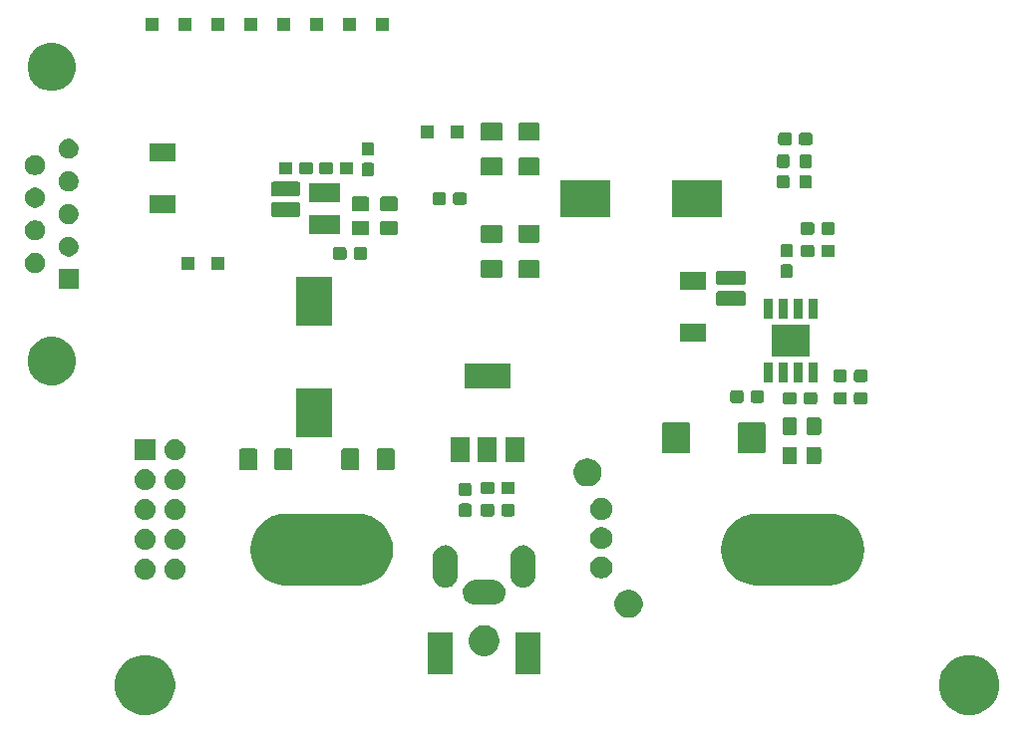
<source format=gbr>
G04 #@! TF.GenerationSoftware,KiCad,Pcbnew,5.1.4-3.fc30*
G04 #@! TF.CreationDate,2019-11-02T10:54:17-07:00*
G04 #@! TF.ProjectId,adampsu,6164616d-7073-4752-9e6b-696361645f70,rev?*
G04 #@! TF.SameCoordinates,Original*
G04 #@! TF.FileFunction,Soldermask,Top*
G04 #@! TF.FilePolarity,Negative*
%FSLAX46Y46*%
G04 Gerber Fmt 4.6, Leading zero omitted, Abs format (unit mm)*
G04 Created by KiCad (PCBNEW 5.1.4-3.fc30) date 2019-11-02 10:54:17*
%MOMM*%
%LPD*%
G04 APERTURE LIST*
%ADD10C,0.100000*%
G04 APERTURE END LIST*
D10*
G36*
X173744098Y-156547033D02*
G01*
X174208350Y-156739332D01*
X174208352Y-156739333D01*
X174626168Y-157018509D01*
X174981491Y-157373832D01*
X175260667Y-157791648D01*
X175260668Y-157791650D01*
X175452967Y-158255902D01*
X175551000Y-158748747D01*
X175551000Y-159251253D01*
X175452967Y-159744098D01*
X175260668Y-160208350D01*
X175260667Y-160208352D01*
X174981491Y-160626168D01*
X174626168Y-160981491D01*
X174208352Y-161260667D01*
X174208351Y-161260668D01*
X174208350Y-161260668D01*
X173744098Y-161452967D01*
X173251253Y-161551000D01*
X172748747Y-161551000D01*
X172255902Y-161452967D01*
X171791650Y-161260668D01*
X171791649Y-161260668D01*
X171791648Y-161260667D01*
X171373832Y-160981491D01*
X171018509Y-160626168D01*
X170739333Y-160208352D01*
X170739332Y-160208350D01*
X170547033Y-159744098D01*
X170449000Y-159251253D01*
X170449000Y-158748747D01*
X170547033Y-158255902D01*
X170739332Y-157791650D01*
X170739333Y-157791648D01*
X171018509Y-157373832D01*
X171373832Y-157018509D01*
X171791648Y-156739333D01*
X171791650Y-156739332D01*
X172255902Y-156547033D01*
X172748747Y-156449000D01*
X173251253Y-156449000D01*
X173744098Y-156547033D01*
X173744098Y-156547033D01*
G37*
G36*
X103744098Y-156547033D02*
G01*
X104208350Y-156739332D01*
X104208352Y-156739333D01*
X104626168Y-157018509D01*
X104981491Y-157373832D01*
X105260667Y-157791648D01*
X105260668Y-157791650D01*
X105452967Y-158255902D01*
X105551000Y-158748747D01*
X105551000Y-159251253D01*
X105452967Y-159744098D01*
X105260668Y-160208350D01*
X105260667Y-160208352D01*
X104981491Y-160626168D01*
X104626168Y-160981491D01*
X104208352Y-161260667D01*
X104208351Y-161260668D01*
X104208350Y-161260668D01*
X103744098Y-161452967D01*
X103251253Y-161551000D01*
X102748747Y-161551000D01*
X102255902Y-161452967D01*
X101791650Y-161260668D01*
X101791649Y-161260668D01*
X101791648Y-161260667D01*
X101373832Y-160981491D01*
X101018509Y-160626168D01*
X100739333Y-160208352D01*
X100739332Y-160208350D01*
X100547033Y-159744098D01*
X100449000Y-159251253D01*
X100449000Y-158748747D01*
X100547033Y-158255902D01*
X100739332Y-157791650D01*
X100739333Y-157791648D01*
X101018509Y-157373832D01*
X101373832Y-157018509D01*
X101791648Y-156739333D01*
X101791650Y-156739332D01*
X102255902Y-156547033D01*
X102748747Y-156449000D01*
X103251253Y-156449000D01*
X103744098Y-156547033D01*
X103744098Y-156547033D01*
G37*
G36*
X129151000Y-158131000D02*
G01*
X127049000Y-158131000D01*
X127049000Y-154529000D01*
X129151000Y-154529000D01*
X129151000Y-158131000D01*
X129151000Y-158131000D01*
G37*
G36*
X136551000Y-158131000D02*
G01*
X134449000Y-158131000D01*
X134449000Y-154529000D01*
X136551000Y-154529000D01*
X136551000Y-158131000D01*
X136551000Y-158131000D01*
G37*
G36*
X132179487Y-153978996D02*
G01*
X132416253Y-154077068D01*
X132416255Y-154077069D01*
X132629339Y-154219447D01*
X132810553Y-154400661D01*
X132952932Y-154613747D01*
X133051004Y-154850513D01*
X133101000Y-155101861D01*
X133101000Y-155358139D01*
X133051004Y-155609487D01*
X132952932Y-155846253D01*
X132952931Y-155846255D01*
X132810553Y-156059339D01*
X132629339Y-156240553D01*
X132416255Y-156382931D01*
X132416254Y-156382932D01*
X132416253Y-156382932D01*
X132179487Y-156481004D01*
X131928139Y-156531000D01*
X131671861Y-156531000D01*
X131420513Y-156481004D01*
X131183747Y-156382932D01*
X131183746Y-156382932D01*
X131183745Y-156382931D01*
X130970661Y-156240553D01*
X130789447Y-156059339D01*
X130647069Y-155846255D01*
X130647068Y-155846253D01*
X130548996Y-155609487D01*
X130499000Y-155358139D01*
X130499000Y-155101861D01*
X130548996Y-154850513D01*
X130647068Y-154613747D01*
X130789447Y-154400661D01*
X130970661Y-154219447D01*
X131183745Y-154077069D01*
X131183747Y-154077068D01*
X131420513Y-153978996D01*
X131671861Y-153929000D01*
X131928139Y-153929000D01*
X132179487Y-153978996D01*
X132179487Y-153978996D01*
G37*
G36*
X144414676Y-150955684D02*
G01*
X144631969Y-151045690D01*
X144631971Y-151045691D01*
X144827530Y-151176360D01*
X144993840Y-151342670D01*
X145121783Y-151534149D01*
X145124510Y-151538231D01*
X145214516Y-151755524D01*
X145260400Y-151986200D01*
X145260400Y-152221400D01*
X145214516Y-152452076D01*
X145124510Y-152669369D01*
X145124509Y-152669371D01*
X144993840Y-152864930D01*
X144827530Y-153031240D01*
X144631971Y-153161909D01*
X144631970Y-153161910D01*
X144631969Y-153161910D01*
X144414676Y-153251916D01*
X144184000Y-153297800D01*
X143948800Y-153297800D01*
X143718124Y-153251916D01*
X143500831Y-153161910D01*
X143500830Y-153161910D01*
X143500829Y-153161909D01*
X143305270Y-153031240D01*
X143138960Y-152864930D01*
X143008291Y-152669371D01*
X143008290Y-152669369D01*
X142918284Y-152452076D01*
X142872400Y-152221400D01*
X142872400Y-151986200D01*
X142918284Y-151755524D01*
X143008290Y-151538231D01*
X143011018Y-151534149D01*
X143138960Y-151342670D01*
X143305270Y-151176360D01*
X143500829Y-151045691D01*
X143500831Y-151045690D01*
X143718124Y-150955684D01*
X143948800Y-150909800D01*
X144184000Y-150909800D01*
X144414676Y-150955684D01*
X144414676Y-150955684D01*
G37*
G36*
X132653097Y-150084069D02*
G01*
X132756032Y-150094207D01*
X132954146Y-150154305D01*
X132954149Y-150154306D01*
X133050975Y-150206061D01*
X133136729Y-150251897D01*
X133296765Y-150383235D01*
X133428103Y-150543271D01*
X133473939Y-150629025D01*
X133525694Y-150725851D01*
X133525695Y-150725854D01*
X133585793Y-150923968D01*
X133606085Y-151130000D01*
X133585793Y-151336032D01*
X133583779Y-151342670D01*
X133525694Y-151534149D01*
X133523513Y-151538229D01*
X133428103Y-151716729D01*
X133296765Y-151876765D01*
X133136729Y-152008103D01*
X133050975Y-152053939D01*
X132954149Y-152105694D01*
X132954146Y-152105695D01*
X132756032Y-152165793D01*
X132653097Y-152175931D01*
X132601631Y-152181000D01*
X130998369Y-152181000D01*
X130946903Y-152175931D01*
X130843968Y-152165793D01*
X130645854Y-152105695D01*
X130645851Y-152105694D01*
X130549025Y-152053939D01*
X130463271Y-152008103D01*
X130303235Y-151876765D01*
X130171897Y-151716729D01*
X130076487Y-151538229D01*
X130074306Y-151534149D01*
X130016221Y-151342670D01*
X130014207Y-151336032D01*
X129993915Y-151130000D01*
X130014207Y-150923968D01*
X130074305Y-150725854D01*
X130074306Y-150725851D01*
X130126061Y-150629025D01*
X130171897Y-150543271D01*
X130303235Y-150383235D01*
X130463271Y-150251897D01*
X130549025Y-150206061D01*
X130645851Y-150154306D01*
X130645854Y-150154305D01*
X130843968Y-150094207D01*
X130946903Y-150084069D01*
X130998369Y-150079000D01*
X132601631Y-150079000D01*
X132653097Y-150084069D01*
X132653097Y-150084069D01*
G37*
G36*
X135306031Y-147144207D02*
G01*
X135504145Y-147204305D01*
X135504148Y-147204306D01*
X135570030Y-147239521D01*
X135686729Y-147301897D01*
X135846765Y-147433235D01*
X135978103Y-147593271D01*
X135978104Y-147593273D01*
X136075694Y-147775851D01*
X136075694Y-147775852D01*
X136075695Y-147775854D01*
X136135793Y-147973968D01*
X136151000Y-148128370D01*
X136151000Y-149731630D01*
X136135793Y-149886032D01*
X136082716Y-150061000D01*
X136075694Y-150084149D01*
X136038194Y-150154306D01*
X135978103Y-150266729D01*
X135846765Y-150426765D01*
X135686729Y-150558103D01*
X135600975Y-150603939D01*
X135504149Y-150655694D01*
X135504146Y-150655695D01*
X135306032Y-150715793D01*
X135100000Y-150736085D01*
X134893969Y-150715793D01*
X134695855Y-150655695D01*
X134695852Y-150655694D01*
X134599026Y-150603939D01*
X134513272Y-150558103D01*
X134353236Y-150426765D01*
X134221898Y-150266729D01*
X134161807Y-150154306D01*
X134124305Y-150084146D01*
X134064207Y-149886033D01*
X134049000Y-149731631D01*
X134049000Y-148128370D01*
X134064207Y-147973971D01*
X134064207Y-147973969D01*
X134124305Y-147775855D01*
X134124306Y-147775852D01*
X134159521Y-147709970D01*
X134221897Y-147593271D01*
X134353235Y-147433235D01*
X134513271Y-147301897D01*
X134599025Y-147256061D01*
X134695851Y-147204306D01*
X134695854Y-147204305D01*
X134893968Y-147144207D01*
X135100000Y-147123915D01*
X135306031Y-147144207D01*
X135306031Y-147144207D01*
G37*
G36*
X128706031Y-147144207D02*
G01*
X128904145Y-147204305D01*
X128904148Y-147204306D01*
X128970030Y-147239521D01*
X129086729Y-147301897D01*
X129246765Y-147433235D01*
X129378103Y-147593271D01*
X129378104Y-147593273D01*
X129475694Y-147775851D01*
X129475694Y-147775852D01*
X129475695Y-147775854D01*
X129535793Y-147973968D01*
X129551000Y-148128370D01*
X129551000Y-149731630D01*
X129535793Y-149886032D01*
X129482716Y-150061000D01*
X129475694Y-150084149D01*
X129438194Y-150154306D01*
X129378103Y-150266729D01*
X129246765Y-150426765D01*
X129086729Y-150558103D01*
X129000975Y-150603939D01*
X128904149Y-150655694D01*
X128904146Y-150655695D01*
X128706032Y-150715793D01*
X128500000Y-150736085D01*
X128293969Y-150715793D01*
X128095855Y-150655695D01*
X128095852Y-150655694D01*
X127999026Y-150603939D01*
X127913272Y-150558103D01*
X127753236Y-150426765D01*
X127621898Y-150266729D01*
X127561807Y-150154306D01*
X127524305Y-150084146D01*
X127464207Y-149886033D01*
X127449000Y-149731631D01*
X127449000Y-148128370D01*
X127464207Y-147973971D01*
X127464207Y-147973969D01*
X127524305Y-147775855D01*
X127524306Y-147775852D01*
X127559521Y-147709970D01*
X127621897Y-147593271D01*
X127753235Y-147433235D01*
X127913271Y-147301897D01*
X127999025Y-147256061D01*
X128095851Y-147204306D01*
X128095854Y-147204305D01*
X128293968Y-147144207D01*
X128500000Y-147123915D01*
X128706031Y-147144207D01*
X128706031Y-147144207D01*
G37*
G36*
X121598099Y-144493145D02*
G01*
X122071362Y-144636708D01*
X122169755Y-144666555D01*
X122173219Y-144667606D01*
X122703245Y-144950911D01*
X123167822Y-145332178D01*
X123549089Y-145796755D01*
X123832394Y-146326781D01*
X124006855Y-146901901D01*
X124065762Y-147500000D01*
X124006855Y-148098099D01*
X123832394Y-148673219D01*
X123549089Y-149203245D01*
X123167822Y-149667822D01*
X122703245Y-150049089D01*
X122173219Y-150332394D01*
X121598099Y-150506855D01*
X121149884Y-150551000D01*
X114850116Y-150551000D01*
X114401901Y-150506855D01*
X113826781Y-150332394D01*
X113296755Y-150049089D01*
X112832178Y-149667822D01*
X112450911Y-149203245D01*
X112167606Y-148673219D01*
X111993145Y-148098099D01*
X111934238Y-147500000D01*
X111993145Y-146901901D01*
X112167606Y-146326781D01*
X112450911Y-145796755D01*
X112832178Y-145332178D01*
X113296755Y-144950911D01*
X113826781Y-144667606D01*
X113830246Y-144666555D01*
X113928638Y-144636708D01*
X114401901Y-144493145D01*
X114850116Y-144449000D01*
X121149884Y-144449000D01*
X121598099Y-144493145D01*
X121598099Y-144493145D01*
G37*
G36*
X161598099Y-144493145D02*
G01*
X162071362Y-144636708D01*
X162169755Y-144666555D01*
X162173219Y-144667606D01*
X162703245Y-144950911D01*
X163167822Y-145332178D01*
X163549089Y-145796755D01*
X163832394Y-146326781D01*
X164006855Y-146901901D01*
X164065762Y-147500000D01*
X164006855Y-148098099D01*
X163832394Y-148673219D01*
X163549089Y-149203245D01*
X163167822Y-149667822D01*
X162703245Y-150049089D01*
X162173219Y-150332394D01*
X161598099Y-150506855D01*
X161149884Y-150551000D01*
X154850116Y-150551000D01*
X154401901Y-150506855D01*
X153826781Y-150332394D01*
X153296755Y-150049089D01*
X152832178Y-149667822D01*
X152450911Y-149203245D01*
X152167606Y-148673219D01*
X151993145Y-148098099D01*
X151934238Y-147500000D01*
X151993145Y-146901901D01*
X152167606Y-146326781D01*
X152450911Y-145796755D01*
X152832178Y-145332178D01*
X153296755Y-144950911D01*
X153826781Y-144667606D01*
X153830246Y-144666555D01*
X153928638Y-144636708D01*
X154401901Y-144493145D01*
X154850116Y-144449000D01*
X161149884Y-144449000D01*
X161598099Y-144493145D01*
X161598099Y-144493145D01*
G37*
G36*
X105650442Y-148265518D02*
G01*
X105716627Y-148272037D01*
X105886466Y-148323557D01*
X106042991Y-148407222D01*
X106078729Y-148436552D01*
X106180186Y-148519814D01*
X106263448Y-148621271D01*
X106292778Y-148657009D01*
X106376443Y-148813534D01*
X106427963Y-148983373D01*
X106445359Y-149160000D01*
X106427963Y-149336627D01*
X106376443Y-149506466D01*
X106292778Y-149662991D01*
X106288814Y-149667821D01*
X106180186Y-149800186D01*
X106078729Y-149883448D01*
X106042991Y-149912778D01*
X105886466Y-149996443D01*
X105716627Y-150047963D01*
X105650442Y-150054482D01*
X105584260Y-150061000D01*
X105495740Y-150061000D01*
X105429558Y-150054482D01*
X105363373Y-150047963D01*
X105193534Y-149996443D01*
X105037009Y-149912778D01*
X105001271Y-149883448D01*
X104899814Y-149800186D01*
X104791186Y-149667821D01*
X104787222Y-149662991D01*
X104703557Y-149506466D01*
X104652037Y-149336627D01*
X104634641Y-149160000D01*
X104652037Y-148983373D01*
X104703557Y-148813534D01*
X104787222Y-148657009D01*
X104816552Y-148621271D01*
X104899814Y-148519814D01*
X105001271Y-148436552D01*
X105037009Y-148407222D01*
X105193534Y-148323557D01*
X105363373Y-148272037D01*
X105429558Y-148265518D01*
X105495740Y-148259000D01*
X105584260Y-148259000D01*
X105650442Y-148265518D01*
X105650442Y-148265518D01*
G37*
G36*
X103110442Y-148265518D02*
G01*
X103176627Y-148272037D01*
X103346466Y-148323557D01*
X103502991Y-148407222D01*
X103538729Y-148436552D01*
X103640186Y-148519814D01*
X103723448Y-148621271D01*
X103752778Y-148657009D01*
X103836443Y-148813534D01*
X103887963Y-148983373D01*
X103905359Y-149160000D01*
X103887963Y-149336627D01*
X103836443Y-149506466D01*
X103752778Y-149662991D01*
X103748814Y-149667821D01*
X103640186Y-149800186D01*
X103538729Y-149883448D01*
X103502991Y-149912778D01*
X103346466Y-149996443D01*
X103176627Y-150047963D01*
X103110442Y-150054482D01*
X103044260Y-150061000D01*
X102955740Y-150061000D01*
X102889558Y-150054482D01*
X102823373Y-150047963D01*
X102653534Y-149996443D01*
X102497009Y-149912778D01*
X102461271Y-149883448D01*
X102359814Y-149800186D01*
X102251186Y-149667821D01*
X102247222Y-149662991D01*
X102163557Y-149506466D01*
X102112037Y-149336627D01*
X102094641Y-149160000D01*
X102112037Y-148983373D01*
X102163557Y-148813534D01*
X102247222Y-148657009D01*
X102276552Y-148621271D01*
X102359814Y-148519814D01*
X102461271Y-148436552D01*
X102497009Y-148407222D01*
X102653534Y-148323557D01*
X102823373Y-148272037D01*
X102889558Y-148265518D01*
X102955740Y-148259000D01*
X103044260Y-148259000D01*
X103110442Y-148265518D01*
X103110442Y-148265518D01*
G37*
G36*
X142029187Y-148101123D02*
G01*
X142200255Y-148171982D01*
X142200257Y-148171983D01*
X142277758Y-148223768D01*
X142354214Y-148274854D01*
X142485146Y-148405786D01*
X142588018Y-148559745D01*
X142658877Y-148730813D01*
X142695000Y-148912417D01*
X142695000Y-149097583D01*
X142658877Y-149279187D01*
X142635085Y-149336625D01*
X142588017Y-149450257D01*
X142485145Y-149604215D01*
X142354215Y-149735145D01*
X142200257Y-149838017D01*
X142200256Y-149838018D01*
X142200255Y-149838018D01*
X142029187Y-149908877D01*
X141847583Y-149945000D01*
X141662417Y-149945000D01*
X141480813Y-149908877D01*
X141309745Y-149838018D01*
X141309744Y-149838018D01*
X141309743Y-149838017D01*
X141155785Y-149735145D01*
X141024855Y-149604215D01*
X140921983Y-149450257D01*
X140874915Y-149336625D01*
X140851123Y-149279187D01*
X140815000Y-149097583D01*
X140815000Y-148912417D01*
X140851123Y-148730813D01*
X140921982Y-148559745D01*
X141024854Y-148405786D01*
X141155786Y-148274854D01*
X141232242Y-148223768D01*
X141309743Y-148171983D01*
X141309745Y-148171982D01*
X141480813Y-148101123D01*
X141662417Y-148065000D01*
X141847583Y-148065000D01*
X142029187Y-148101123D01*
X142029187Y-148101123D01*
G37*
G36*
X105650442Y-145725518D02*
G01*
X105716627Y-145732037D01*
X105886466Y-145783557D01*
X106042991Y-145867222D01*
X106078729Y-145896552D01*
X106180186Y-145979814D01*
X106254644Y-146070543D01*
X106292778Y-146117009D01*
X106376443Y-146273534D01*
X106427963Y-146443373D01*
X106445359Y-146620000D01*
X106427963Y-146796627D01*
X106376443Y-146966466D01*
X106292778Y-147122991D01*
X106275366Y-147144207D01*
X106180186Y-147260186D01*
X106078729Y-147343448D01*
X106042991Y-147372778D01*
X105886466Y-147456443D01*
X105716627Y-147507963D01*
X105650442Y-147514482D01*
X105584260Y-147521000D01*
X105495740Y-147521000D01*
X105429558Y-147514482D01*
X105363373Y-147507963D01*
X105193534Y-147456443D01*
X105037009Y-147372778D01*
X105001271Y-147343448D01*
X104899814Y-147260186D01*
X104804634Y-147144207D01*
X104787222Y-147122991D01*
X104703557Y-146966466D01*
X104652037Y-146796627D01*
X104634641Y-146620000D01*
X104652037Y-146443373D01*
X104703557Y-146273534D01*
X104787222Y-146117009D01*
X104825356Y-146070543D01*
X104899814Y-145979814D01*
X105001271Y-145896552D01*
X105037009Y-145867222D01*
X105193534Y-145783557D01*
X105363373Y-145732037D01*
X105429558Y-145725518D01*
X105495740Y-145719000D01*
X105584260Y-145719000D01*
X105650442Y-145725518D01*
X105650442Y-145725518D01*
G37*
G36*
X103110442Y-145725518D02*
G01*
X103176627Y-145732037D01*
X103346466Y-145783557D01*
X103502991Y-145867222D01*
X103538729Y-145896552D01*
X103640186Y-145979814D01*
X103714644Y-146070543D01*
X103752778Y-146117009D01*
X103836443Y-146273534D01*
X103887963Y-146443373D01*
X103905359Y-146620000D01*
X103887963Y-146796627D01*
X103836443Y-146966466D01*
X103752778Y-147122991D01*
X103735366Y-147144207D01*
X103640186Y-147260186D01*
X103538729Y-147343448D01*
X103502991Y-147372778D01*
X103346466Y-147456443D01*
X103176627Y-147507963D01*
X103110442Y-147514482D01*
X103044260Y-147521000D01*
X102955740Y-147521000D01*
X102889558Y-147514482D01*
X102823373Y-147507963D01*
X102653534Y-147456443D01*
X102497009Y-147372778D01*
X102461271Y-147343448D01*
X102359814Y-147260186D01*
X102264634Y-147144207D01*
X102247222Y-147122991D01*
X102163557Y-146966466D01*
X102112037Y-146796627D01*
X102094641Y-146620000D01*
X102112037Y-146443373D01*
X102163557Y-146273534D01*
X102247222Y-146117009D01*
X102285356Y-146070543D01*
X102359814Y-145979814D01*
X102461271Y-145896552D01*
X102497009Y-145867222D01*
X102653534Y-145783557D01*
X102823373Y-145732037D01*
X102889558Y-145725518D01*
X102955740Y-145719000D01*
X103044260Y-145719000D01*
X103110442Y-145725518D01*
X103110442Y-145725518D01*
G37*
G36*
X142029187Y-145611923D02*
G01*
X142200255Y-145682782D01*
X142200257Y-145682783D01*
X142254459Y-145719000D01*
X142354214Y-145785654D01*
X142485146Y-145916586D01*
X142588018Y-146070545D01*
X142658877Y-146241613D01*
X142695000Y-146423217D01*
X142695000Y-146608383D01*
X142658877Y-146789987D01*
X142612521Y-146901900D01*
X142588017Y-146961057D01*
X142584401Y-146966468D01*
X142485146Y-147115014D01*
X142354214Y-147245946D01*
X142332902Y-147260186D01*
X142200257Y-147348817D01*
X142200256Y-147348818D01*
X142200255Y-147348818D01*
X142029187Y-147419677D01*
X141847583Y-147455800D01*
X141662417Y-147455800D01*
X141480813Y-147419677D01*
X141309745Y-147348818D01*
X141309744Y-147348818D01*
X141309743Y-147348817D01*
X141177098Y-147260186D01*
X141155786Y-147245946D01*
X141024854Y-147115014D01*
X140925599Y-146966468D01*
X140921983Y-146961057D01*
X140897479Y-146901900D01*
X140851123Y-146789987D01*
X140815000Y-146608383D01*
X140815000Y-146423217D01*
X140851123Y-146241613D01*
X140921982Y-146070545D01*
X141024854Y-145916586D01*
X141155786Y-145785654D01*
X141255541Y-145719000D01*
X141309743Y-145682783D01*
X141309745Y-145682782D01*
X141480813Y-145611923D01*
X141662417Y-145575800D01*
X141847583Y-145575800D01*
X142029187Y-145611923D01*
X142029187Y-145611923D01*
G37*
G36*
X105650443Y-143185519D02*
G01*
X105716627Y-143192037D01*
X105886466Y-143243557D01*
X106042991Y-143327222D01*
X106078729Y-143356552D01*
X106180186Y-143439814D01*
X106263448Y-143541271D01*
X106292778Y-143577009D01*
X106376443Y-143733534D01*
X106427963Y-143903373D01*
X106445359Y-144080000D01*
X106427963Y-144256627D01*
X106376443Y-144426466D01*
X106292778Y-144582991D01*
X106281285Y-144596995D01*
X106180186Y-144720186D01*
X106078729Y-144803448D01*
X106042991Y-144832778D01*
X105886466Y-144916443D01*
X105716627Y-144967963D01*
X105650442Y-144974482D01*
X105584260Y-144981000D01*
X105495740Y-144981000D01*
X105429558Y-144974482D01*
X105363373Y-144967963D01*
X105193534Y-144916443D01*
X105037009Y-144832778D01*
X105001271Y-144803448D01*
X104899814Y-144720186D01*
X104798715Y-144596995D01*
X104787222Y-144582991D01*
X104703557Y-144426466D01*
X104652037Y-144256627D01*
X104634641Y-144080000D01*
X104652037Y-143903373D01*
X104703557Y-143733534D01*
X104787222Y-143577009D01*
X104816552Y-143541271D01*
X104899814Y-143439814D01*
X105001271Y-143356552D01*
X105037009Y-143327222D01*
X105193534Y-143243557D01*
X105363373Y-143192037D01*
X105429557Y-143185519D01*
X105495740Y-143179000D01*
X105584260Y-143179000D01*
X105650443Y-143185519D01*
X105650443Y-143185519D01*
G37*
G36*
X103110443Y-143185519D02*
G01*
X103176627Y-143192037D01*
X103346466Y-143243557D01*
X103502991Y-143327222D01*
X103538729Y-143356552D01*
X103640186Y-143439814D01*
X103723448Y-143541271D01*
X103752778Y-143577009D01*
X103836443Y-143733534D01*
X103887963Y-143903373D01*
X103905359Y-144080000D01*
X103887963Y-144256627D01*
X103836443Y-144426466D01*
X103752778Y-144582991D01*
X103741285Y-144596995D01*
X103640186Y-144720186D01*
X103538729Y-144803448D01*
X103502991Y-144832778D01*
X103346466Y-144916443D01*
X103176627Y-144967963D01*
X103110442Y-144974482D01*
X103044260Y-144981000D01*
X102955740Y-144981000D01*
X102889558Y-144974482D01*
X102823373Y-144967963D01*
X102653534Y-144916443D01*
X102497009Y-144832778D01*
X102461271Y-144803448D01*
X102359814Y-144720186D01*
X102258715Y-144596995D01*
X102247222Y-144582991D01*
X102163557Y-144426466D01*
X102112037Y-144256627D01*
X102094641Y-144080000D01*
X102112037Y-143903373D01*
X102163557Y-143733534D01*
X102247222Y-143577009D01*
X102276552Y-143541271D01*
X102359814Y-143439814D01*
X102461271Y-143356552D01*
X102497009Y-143327222D01*
X102653534Y-143243557D01*
X102823373Y-143192037D01*
X102889557Y-143185519D01*
X102955740Y-143179000D01*
X103044260Y-143179000D01*
X103110443Y-143185519D01*
X103110443Y-143185519D01*
G37*
G36*
X142029187Y-143122723D02*
G01*
X142196525Y-143192037D01*
X142200257Y-143193583D01*
X142354215Y-143296455D01*
X142485145Y-143427385D01*
X142582740Y-143573445D01*
X142588018Y-143581345D01*
X142658877Y-143752413D01*
X142695000Y-143934017D01*
X142695000Y-144119183D01*
X142658877Y-144300787D01*
X142606819Y-144426466D01*
X142588017Y-144471857D01*
X142573792Y-144493146D01*
X142514720Y-144581554D01*
X142485145Y-144625815D01*
X142354215Y-144756745D01*
X142200257Y-144859617D01*
X142200256Y-144859618D01*
X142200255Y-144859618D01*
X142029187Y-144930477D01*
X141847583Y-144966600D01*
X141662417Y-144966600D01*
X141480813Y-144930477D01*
X141309745Y-144859618D01*
X141309744Y-144859618D01*
X141309743Y-144859617D01*
X141155785Y-144756745D01*
X141024855Y-144625815D01*
X140995281Y-144581554D01*
X140936208Y-144493146D01*
X140921983Y-144471857D01*
X140903181Y-144426466D01*
X140851123Y-144300787D01*
X140815000Y-144119183D01*
X140815000Y-143934017D01*
X140851123Y-143752413D01*
X140921982Y-143581345D01*
X140927261Y-143573445D01*
X141024855Y-143427385D01*
X141155785Y-143296455D01*
X141309743Y-143193583D01*
X141313475Y-143192037D01*
X141480813Y-143122723D01*
X141662417Y-143086600D01*
X141847583Y-143086600D01*
X142029187Y-143122723D01*
X142029187Y-143122723D01*
G37*
G36*
X130539499Y-143573445D02*
G01*
X130576995Y-143584820D01*
X130611554Y-143603292D01*
X130641847Y-143628153D01*
X130666708Y-143658446D01*
X130685180Y-143693005D01*
X130696555Y-143730501D01*
X130701000Y-143775638D01*
X130701000Y-144514362D01*
X130696555Y-144559499D01*
X130685180Y-144596995D01*
X130666708Y-144631554D01*
X130641847Y-144661847D01*
X130611554Y-144686708D01*
X130576995Y-144705180D01*
X130539499Y-144716555D01*
X130494362Y-144721000D01*
X129855638Y-144721000D01*
X129810501Y-144716555D01*
X129773005Y-144705180D01*
X129738446Y-144686708D01*
X129708153Y-144661847D01*
X129683292Y-144631554D01*
X129664820Y-144596995D01*
X129653445Y-144559499D01*
X129649000Y-144514362D01*
X129649000Y-143775638D01*
X129653445Y-143730501D01*
X129664820Y-143693005D01*
X129683292Y-143658446D01*
X129708153Y-143628153D01*
X129738446Y-143603292D01*
X129773005Y-143584820D01*
X129810501Y-143573445D01*
X129855638Y-143569000D01*
X130494362Y-143569000D01*
X130539499Y-143573445D01*
X130539499Y-143573445D01*
G37*
G36*
X134244499Y-143623445D02*
G01*
X134281995Y-143634820D01*
X134316554Y-143653292D01*
X134346847Y-143678153D01*
X134371708Y-143708446D01*
X134390180Y-143743005D01*
X134401555Y-143780501D01*
X134406000Y-143825638D01*
X134406000Y-144464362D01*
X134401555Y-144509499D01*
X134390180Y-144546995D01*
X134371708Y-144581554D01*
X134346847Y-144611847D01*
X134316554Y-144636708D01*
X134281995Y-144655180D01*
X134244499Y-144666555D01*
X134199362Y-144671000D01*
X133460638Y-144671000D01*
X133415501Y-144666555D01*
X133378005Y-144655180D01*
X133343446Y-144636708D01*
X133313153Y-144611847D01*
X133288292Y-144581554D01*
X133269820Y-144546995D01*
X133258445Y-144509499D01*
X133254000Y-144464362D01*
X133254000Y-143825638D01*
X133258445Y-143780501D01*
X133269820Y-143743005D01*
X133288292Y-143708446D01*
X133313153Y-143678153D01*
X133343446Y-143653292D01*
X133378005Y-143634820D01*
X133415501Y-143623445D01*
X133460638Y-143619000D01*
X134199362Y-143619000D01*
X134244499Y-143623445D01*
X134244499Y-143623445D01*
G37*
G36*
X132494499Y-143623445D02*
G01*
X132531995Y-143634820D01*
X132566554Y-143653292D01*
X132596847Y-143678153D01*
X132621708Y-143708446D01*
X132640180Y-143743005D01*
X132651555Y-143780501D01*
X132656000Y-143825638D01*
X132656000Y-144464362D01*
X132651555Y-144509499D01*
X132640180Y-144546995D01*
X132621708Y-144581554D01*
X132596847Y-144611847D01*
X132566554Y-144636708D01*
X132531995Y-144655180D01*
X132494499Y-144666555D01*
X132449362Y-144671000D01*
X131710638Y-144671000D01*
X131665501Y-144666555D01*
X131628005Y-144655180D01*
X131593446Y-144636708D01*
X131563153Y-144611847D01*
X131538292Y-144581554D01*
X131519820Y-144546995D01*
X131508445Y-144509499D01*
X131504000Y-144464362D01*
X131504000Y-143825638D01*
X131508445Y-143780501D01*
X131519820Y-143743005D01*
X131538292Y-143708446D01*
X131563153Y-143678153D01*
X131593446Y-143653292D01*
X131628005Y-143634820D01*
X131665501Y-143623445D01*
X131710638Y-143619000D01*
X132449362Y-143619000D01*
X132494499Y-143623445D01*
X132494499Y-143623445D01*
G37*
G36*
X130539499Y-141823445D02*
G01*
X130576995Y-141834820D01*
X130611554Y-141853292D01*
X130641847Y-141878153D01*
X130666708Y-141908446D01*
X130685180Y-141943005D01*
X130696555Y-141980501D01*
X130701000Y-142025638D01*
X130701000Y-142764362D01*
X130696555Y-142809499D01*
X130685180Y-142846995D01*
X130666708Y-142881554D01*
X130641847Y-142911847D01*
X130611554Y-142936708D01*
X130576995Y-142955180D01*
X130539499Y-142966555D01*
X130494362Y-142971000D01*
X129855638Y-142971000D01*
X129810501Y-142966555D01*
X129773005Y-142955180D01*
X129738446Y-142936708D01*
X129708153Y-142911847D01*
X129683292Y-142881554D01*
X129664820Y-142846995D01*
X129653445Y-142809499D01*
X129649000Y-142764362D01*
X129649000Y-142025638D01*
X129653445Y-141980501D01*
X129664820Y-141943005D01*
X129683292Y-141908446D01*
X129708153Y-141878153D01*
X129738446Y-141853292D01*
X129773005Y-141834820D01*
X129810501Y-141823445D01*
X129855638Y-141819000D01*
X130494362Y-141819000D01*
X130539499Y-141823445D01*
X130539499Y-141823445D01*
G37*
G36*
X134244499Y-141718445D02*
G01*
X134281995Y-141729820D01*
X134316554Y-141748292D01*
X134346847Y-141773153D01*
X134371708Y-141803446D01*
X134390180Y-141838005D01*
X134401555Y-141875501D01*
X134406000Y-141920638D01*
X134406000Y-142559362D01*
X134401555Y-142604499D01*
X134390180Y-142641995D01*
X134371708Y-142676554D01*
X134346847Y-142706847D01*
X134316554Y-142731708D01*
X134281995Y-142750180D01*
X134244499Y-142761555D01*
X134199362Y-142766000D01*
X133460638Y-142766000D01*
X133415501Y-142761555D01*
X133378005Y-142750180D01*
X133343446Y-142731708D01*
X133313153Y-142706847D01*
X133288292Y-142676554D01*
X133269820Y-142641995D01*
X133258445Y-142604499D01*
X133254000Y-142559362D01*
X133254000Y-141920638D01*
X133258445Y-141875501D01*
X133269820Y-141838005D01*
X133288292Y-141803446D01*
X133313153Y-141773153D01*
X133343446Y-141748292D01*
X133378005Y-141729820D01*
X133415501Y-141718445D01*
X133460638Y-141714000D01*
X134199362Y-141714000D01*
X134244499Y-141718445D01*
X134244499Y-141718445D01*
G37*
G36*
X132494499Y-141718445D02*
G01*
X132531995Y-141729820D01*
X132566554Y-141748292D01*
X132596847Y-141773153D01*
X132621708Y-141803446D01*
X132640180Y-141838005D01*
X132651555Y-141875501D01*
X132656000Y-141920638D01*
X132656000Y-142559362D01*
X132651555Y-142604499D01*
X132640180Y-142641995D01*
X132621708Y-142676554D01*
X132596847Y-142706847D01*
X132566554Y-142731708D01*
X132531995Y-142750180D01*
X132494499Y-142761555D01*
X132449362Y-142766000D01*
X131710638Y-142766000D01*
X131665501Y-142761555D01*
X131628005Y-142750180D01*
X131593446Y-142731708D01*
X131563153Y-142706847D01*
X131538292Y-142676554D01*
X131519820Y-142641995D01*
X131508445Y-142604499D01*
X131504000Y-142559362D01*
X131504000Y-141920638D01*
X131508445Y-141875501D01*
X131519820Y-141838005D01*
X131538292Y-141803446D01*
X131563153Y-141773153D01*
X131593446Y-141748292D01*
X131628005Y-141729820D01*
X131665501Y-141718445D01*
X131710638Y-141714000D01*
X132449362Y-141714000D01*
X132494499Y-141718445D01*
X132494499Y-141718445D01*
G37*
G36*
X105650442Y-140645518D02*
G01*
X105716627Y-140652037D01*
X105886466Y-140703557D01*
X106042991Y-140787222D01*
X106070991Y-140810201D01*
X106180186Y-140899814D01*
X106263448Y-141001271D01*
X106292778Y-141037009D01*
X106376443Y-141193534D01*
X106427963Y-141363373D01*
X106445359Y-141540000D01*
X106427963Y-141716627D01*
X106376443Y-141886466D01*
X106292778Y-142042991D01*
X106265758Y-142075915D01*
X106180186Y-142180186D01*
X106078729Y-142263448D01*
X106042991Y-142292778D01*
X105886466Y-142376443D01*
X105716627Y-142427963D01*
X105650442Y-142434482D01*
X105584260Y-142441000D01*
X105495740Y-142441000D01*
X105429558Y-142434482D01*
X105363373Y-142427963D01*
X105193534Y-142376443D01*
X105037009Y-142292778D01*
X105001271Y-142263448D01*
X104899814Y-142180186D01*
X104814242Y-142075915D01*
X104787222Y-142042991D01*
X104703557Y-141886466D01*
X104652037Y-141716627D01*
X104634641Y-141540000D01*
X104652037Y-141363373D01*
X104703557Y-141193534D01*
X104787222Y-141037009D01*
X104816552Y-141001271D01*
X104899814Y-140899814D01*
X105009009Y-140810201D01*
X105037009Y-140787222D01*
X105193534Y-140703557D01*
X105363373Y-140652037D01*
X105429558Y-140645518D01*
X105495740Y-140639000D01*
X105584260Y-140639000D01*
X105650442Y-140645518D01*
X105650442Y-140645518D01*
G37*
G36*
X103110442Y-140645518D02*
G01*
X103176627Y-140652037D01*
X103346466Y-140703557D01*
X103502991Y-140787222D01*
X103530991Y-140810201D01*
X103640186Y-140899814D01*
X103723448Y-141001271D01*
X103752778Y-141037009D01*
X103836443Y-141193534D01*
X103887963Y-141363373D01*
X103905359Y-141540000D01*
X103887963Y-141716627D01*
X103836443Y-141886466D01*
X103752778Y-142042991D01*
X103725758Y-142075915D01*
X103640186Y-142180186D01*
X103538729Y-142263448D01*
X103502991Y-142292778D01*
X103346466Y-142376443D01*
X103176627Y-142427963D01*
X103110442Y-142434482D01*
X103044260Y-142441000D01*
X102955740Y-142441000D01*
X102889558Y-142434482D01*
X102823373Y-142427963D01*
X102653534Y-142376443D01*
X102497009Y-142292778D01*
X102461271Y-142263448D01*
X102359814Y-142180186D01*
X102274242Y-142075915D01*
X102247222Y-142042991D01*
X102163557Y-141886466D01*
X102112037Y-141716627D01*
X102094641Y-141540000D01*
X102112037Y-141363373D01*
X102163557Y-141193534D01*
X102247222Y-141037009D01*
X102276552Y-141001271D01*
X102359814Y-140899814D01*
X102469009Y-140810201D01*
X102497009Y-140787222D01*
X102653534Y-140703557D01*
X102823373Y-140652037D01*
X102889558Y-140645518D01*
X102955740Y-140639000D01*
X103044260Y-140639000D01*
X103110442Y-140645518D01*
X103110442Y-140645518D01*
G37*
G36*
X140909476Y-139779684D02*
G01*
X141126769Y-139869690D01*
X141126771Y-139869691D01*
X141173628Y-139901000D01*
X141322330Y-140000360D01*
X141488640Y-140166670D01*
X141619310Y-140362231D01*
X141709316Y-140579524D01*
X141755200Y-140810200D01*
X141755200Y-141045400D01*
X141709316Y-141276076D01*
X141673156Y-141363373D01*
X141619309Y-141493371D01*
X141488640Y-141688930D01*
X141322330Y-141855240D01*
X141126771Y-141985909D01*
X141126770Y-141985910D01*
X141126769Y-141985910D01*
X140909476Y-142075916D01*
X140678800Y-142121800D01*
X140443600Y-142121800D01*
X140212924Y-142075916D01*
X139995631Y-141985910D01*
X139995630Y-141985910D01*
X139995629Y-141985909D01*
X139800070Y-141855240D01*
X139633760Y-141688930D01*
X139503091Y-141493371D01*
X139449244Y-141363373D01*
X139413084Y-141276076D01*
X139367200Y-141045400D01*
X139367200Y-140810200D01*
X139413084Y-140579524D01*
X139503090Y-140362231D01*
X139633760Y-140166670D01*
X139800070Y-140000360D01*
X139948772Y-139901000D01*
X139995629Y-139869691D01*
X139995631Y-139869690D01*
X140212924Y-139779684D01*
X140443600Y-139733800D01*
X140678800Y-139733800D01*
X140909476Y-139779684D01*
X140909476Y-139779684D01*
G37*
G36*
X112385062Y-138902181D02*
G01*
X112419981Y-138912774D01*
X112452163Y-138929976D01*
X112480373Y-138953127D01*
X112503524Y-138981337D01*
X112520726Y-139013519D01*
X112531319Y-139048438D01*
X112535500Y-139090895D01*
X112535500Y-140557105D01*
X112531319Y-140599562D01*
X112520726Y-140634481D01*
X112503524Y-140666663D01*
X112480373Y-140694873D01*
X112452163Y-140718024D01*
X112419981Y-140735226D01*
X112385062Y-140745819D01*
X112342605Y-140750000D01*
X111201395Y-140750000D01*
X111158938Y-140745819D01*
X111124019Y-140735226D01*
X111091837Y-140718024D01*
X111063627Y-140694873D01*
X111040476Y-140666663D01*
X111023274Y-140634481D01*
X111012681Y-140599562D01*
X111008500Y-140557105D01*
X111008500Y-139090895D01*
X111012681Y-139048438D01*
X111023274Y-139013519D01*
X111040476Y-138981337D01*
X111063627Y-138953127D01*
X111091837Y-138929976D01*
X111124019Y-138912774D01*
X111158938Y-138902181D01*
X111201395Y-138898000D01*
X112342605Y-138898000D01*
X112385062Y-138902181D01*
X112385062Y-138902181D01*
G37*
G36*
X115360062Y-138902181D02*
G01*
X115394981Y-138912774D01*
X115427163Y-138929976D01*
X115455373Y-138953127D01*
X115478524Y-138981337D01*
X115495726Y-139013519D01*
X115506319Y-139048438D01*
X115510500Y-139090895D01*
X115510500Y-140557105D01*
X115506319Y-140599562D01*
X115495726Y-140634481D01*
X115478524Y-140666663D01*
X115455373Y-140694873D01*
X115427163Y-140718024D01*
X115394981Y-140735226D01*
X115360062Y-140745819D01*
X115317605Y-140750000D01*
X114176395Y-140750000D01*
X114133938Y-140745819D01*
X114099019Y-140735226D01*
X114066837Y-140718024D01*
X114038627Y-140694873D01*
X114015476Y-140666663D01*
X113998274Y-140634481D01*
X113987681Y-140599562D01*
X113983500Y-140557105D01*
X113983500Y-139090895D01*
X113987681Y-139048438D01*
X113998274Y-139013519D01*
X114015476Y-138981337D01*
X114038627Y-138953127D01*
X114066837Y-138929976D01*
X114099019Y-138912774D01*
X114133938Y-138902181D01*
X114176395Y-138898000D01*
X115317605Y-138898000D01*
X115360062Y-138902181D01*
X115360062Y-138902181D01*
G37*
G36*
X121057562Y-138902181D02*
G01*
X121092481Y-138912774D01*
X121124663Y-138929976D01*
X121152873Y-138953127D01*
X121176024Y-138981337D01*
X121193226Y-139013519D01*
X121203819Y-139048438D01*
X121208000Y-139090895D01*
X121208000Y-140557105D01*
X121203819Y-140599562D01*
X121193226Y-140634481D01*
X121176024Y-140666663D01*
X121152873Y-140694873D01*
X121124663Y-140718024D01*
X121092481Y-140735226D01*
X121057562Y-140745819D01*
X121015105Y-140750000D01*
X119873895Y-140750000D01*
X119831438Y-140745819D01*
X119796519Y-140735226D01*
X119764337Y-140718024D01*
X119736127Y-140694873D01*
X119712976Y-140666663D01*
X119695774Y-140634481D01*
X119685181Y-140599562D01*
X119681000Y-140557105D01*
X119681000Y-139090895D01*
X119685181Y-139048438D01*
X119695774Y-139013519D01*
X119712976Y-138981337D01*
X119736127Y-138953127D01*
X119764337Y-138929976D01*
X119796519Y-138912774D01*
X119831438Y-138902181D01*
X119873895Y-138898000D01*
X121015105Y-138898000D01*
X121057562Y-138902181D01*
X121057562Y-138902181D01*
G37*
G36*
X124032562Y-138902181D02*
G01*
X124067481Y-138912774D01*
X124099663Y-138929976D01*
X124127873Y-138953127D01*
X124151024Y-138981337D01*
X124168226Y-139013519D01*
X124178819Y-139048438D01*
X124183000Y-139090895D01*
X124183000Y-140557105D01*
X124178819Y-140599562D01*
X124168226Y-140634481D01*
X124151024Y-140666663D01*
X124127873Y-140694873D01*
X124099663Y-140718024D01*
X124067481Y-140735226D01*
X124032562Y-140745819D01*
X123990105Y-140750000D01*
X122848895Y-140750000D01*
X122806438Y-140745819D01*
X122771519Y-140735226D01*
X122739337Y-140718024D01*
X122711127Y-140694873D01*
X122687976Y-140666663D01*
X122670774Y-140634481D01*
X122660181Y-140599562D01*
X122656000Y-140557105D01*
X122656000Y-139090895D01*
X122660181Y-139048438D01*
X122670774Y-139013519D01*
X122687976Y-138981337D01*
X122711127Y-138953127D01*
X122739337Y-138929976D01*
X122771519Y-138912774D01*
X122806438Y-138902181D01*
X122848895Y-138898000D01*
X123990105Y-138898000D01*
X124032562Y-138902181D01*
X124032562Y-138902181D01*
G37*
G36*
X160251174Y-138753465D02*
G01*
X160288867Y-138764899D01*
X160323603Y-138783466D01*
X160354048Y-138808452D01*
X160379034Y-138838897D01*
X160397601Y-138873633D01*
X160409035Y-138911326D01*
X160413500Y-138956661D01*
X160413500Y-140043339D01*
X160409035Y-140088674D01*
X160397601Y-140126367D01*
X160379034Y-140161103D01*
X160354048Y-140191548D01*
X160323603Y-140216534D01*
X160288867Y-140235101D01*
X160251174Y-140246535D01*
X160205839Y-140251000D01*
X159369161Y-140251000D01*
X159323826Y-140246535D01*
X159286133Y-140235101D01*
X159251397Y-140216534D01*
X159220952Y-140191548D01*
X159195966Y-140161103D01*
X159177399Y-140126367D01*
X159165965Y-140088674D01*
X159161500Y-140043339D01*
X159161500Y-138956661D01*
X159165965Y-138911326D01*
X159177399Y-138873633D01*
X159195966Y-138838897D01*
X159220952Y-138808452D01*
X159251397Y-138783466D01*
X159286133Y-138764899D01*
X159323826Y-138753465D01*
X159369161Y-138749000D01*
X160205839Y-138749000D01*
X160251174Y-138753465D01*
X160251174Y-138753465D01*
G37*
G36*
X158201174Y-138753465D02*
G01*
X158238867Y-138764899D01*
X158273603Y-138783466D01*
X158304048Y-138808452D01*
X158329034Y-138838897D01*
X158347601Y-138873633D01*
X158359035Y-138911326D01*
X158363500Y-138956661D01*
X158363500Y-140043339D01*
X158359035Y-140088674D01*
X158347601Y-140126367D01*
X158329034Y-140161103D01*
X158304048Y-140191548D01*
X158273603Y-140216534D01*
X158238867Y-140235101D01*
X158201174Y-140246535D01*
X158155839Y-140251000D01*
X157319161Y-140251000D01*
X157273826Y-140246535D01*
X157236133Y-140235101D01*
X157201397Y-140216534D01*
X157170952Y-140191548D01*
X157145966Y-140161103D01*
X157127399Y-140126367D01*
X157115965Y-140088674D01*
X157111500Y-140043339D01*
X157111500Y-138956661D01*
X157115965Y-138911326D01*
X157127399Y-138873633D01*
X157145966Y-138838897D01*
X157170952Y-138808452D01*
X157201397Y-138783466D01*
X157236133Y-138764899D01*
X157273826Y-138753465D01*
X157319161Y-138749000D01*
X158155839Y-138749000D01*
X158201174Y-138753465D01*
X158201174Y-138753465D01*
G37*
G36*
X130581000Y-140066000D02*
G01*
X128979000Y-140066000D01*
X128979000Y-137964000D01*
X130581000Y-137964000D01*
X130581000Y-140066000D01*
X130581000Y-140066000D01*
G37*
G36*
X135181000Y-140066000D02*
G01*
X133579000Y-140066000D01*
X133579000Y-137964000D01*
X135181000Y-137964000D01*
X135181000Y-140066000D01*
X135181000Y-140066000D01*
G37*
G36*
X132881000Y-140066000D02*
G01*
X131279000Y-140066000D01*
X131279000Y-137964000D01*
X132881000Y-137964000D01*
X132881000Y-140066000D01*
X132881000Y-140066000D01*
G37*
G36*
X103901000Y-139901000D02*
G01*
X102099000Y-139901000D01*
X102099000Y-138099000D01*
X103901000Y-138099000D01*
X103901000Y-139901000D01*
X103901000Y-139901000D01*
G37*
G36*
X105650443Y-138105519D02*
G01*
X105716627Y-138112037D01*
X105886466Y-138163557D01*
X106042991Y-138247222D01*
X106078729Y-138276552D01*
X106180186Y-138359814D01*
X106263448Y-138461271D01*
X106292778Y-138497009D01*
X106376443Y-138653534D01*
X106427963Y-138823373D01*
X106445359Y-139000000D01*
X106427963Y-139176627D01*
X106376443Y-139346466D01*
X106292778Y-139502991D01*
X106263448Y-139538729D01*
X106180186Y-139640186D01*
X106078729Y-139723448D01*
X106042991Y-139752778D01*
X105886466Y-139836443D01*
X105716627Y-139887963D01*
X105650443Y-139894481D01*
X105584260Y-139901000D01*
X105495740Y-139901000D01*
X105429557Y-139894481D01*
X105363373Y-139887963D01*
X105193534Y-139836443D01*
X105037009Y-139752778D01*
X105001271Y-139723448D01*
X104899814Y-139640186D01*
X104816552Y-139538729D01*
X104787222Y-139502991D01*
X104703557Y-139346466D01*
X104652037Y-139176627D01*
X104634641Y-139000000D01*
X104652037Y-138823373D01*
X104703557Y-138653534D01*
X104787222Y-138497009D01*
X104816552Y-138461271D01*
X104899814Y-138359814D01*
X105001271Y-138276552D01*
X105037009Y-138247222D01*
X105193534Y-138163557D01*
X105363373Y-138112037D01*
X105429557Y-138105519D01*
X105495740Y-138099000D01*
X105584260Y-138099000D01*
X105650443Y-138105519D01*
X105650443Y-138105519D01*
G37*
G36*
X155543786Y-136677746D02*
G01*
X155574461Y-136687051D01*
X155602729Y-136702161D01*
X155627506Y-136722494D01*
X155647839Y-136747271D01*
X155662949Y-136775539D01*
X155672254Y-136806214D01*
X155676000Y-136844251D01*
X155676000Y-139155749D01*
X155672254Y-139193786D01*
X155662949Y-139224461D01*
X155647839Y-139252729D01*
X155627506Y-139277506D01*
X155602729Y-139297839D01*
X155574461Y-139312949D01*
X155543786Y-139322254D01*
X155505749Y-139326000D01*
X153494251Y-139326000D01*
X153456214Y-139322254D01*
X153425539Y-139312949D01*
X153397271Y-139297839D01*
X153372494Y-139277506D01*
X153352161Y-139252729D01*
X153337051Y-139224461D01*
X153327746Y-139193786D01*
X153324000Y-139155749D01*
X153324000Y-136844251D01*
X153327746Y-136806214D01*
X153337051Y-136775539D01*
X153352161Y-136747271D01*
X153372494Y-136722494D01*
X153397271Y-136702161D01*
X153425539Y-136687051D01*
X153456214Y-136677746D01*
X153494251Y-136674000D01*
X155505749Y-136674000D01*
X155543786Y-136677746D01*
X155543786Y-136677746D01*
G37*
G36*
X149143786Y-136677746D02*
G01*
X149174461Y-136687051D01*
X149202729Y-136702161D01*
X149227506Y-136722494D01*
X149247839Y-136747271D01*
X149262949Y-136775539D01*
X149272254Y-136806214D01*
X149276000Y-136844251D01*
X149276000Y-139155749D01*
X149272254Y-139193786D01*
X149262949Y-139224461D01*
X149247839Y-139252729D01*
X149227506Y-139277506D01*
X149202729Y-139297839D01*
X149174461Y-139312949D01*
X149143786Y-139322254D01*
X149105749Y-139326000D01*
X147094251Y-139326000D01*
X147056214Y-139322254D01*
X147025539Y-139312949D01*
X146997271Y-139297839D01*
X146972494Y-139277506D01*
X146952161Y-139252729D01*
X146937051Y-139224461D01*
X146927746Y-139193786D01*
X146924000Y-139155749D01*
X146924000Y-136844251D01*
X146927746Y-136806214D01*
X146937051Y-136775539D01*
X146952161Y-136747271D01*
X146972494Y-136722494D01*
X146997271Y-136702161D01*
X147025539Y-136687051D01*
X147056214Y-136677746D01*
X147094251Y-136674000D01*
X149105749Y-136674000D01*
X149143786Y-136677746D01*
X149143786Y-136677746D01*
G37*
G36*
X118915000Y-137979000D02*
G01*
X115813000Y-137979000D01*
X115813000Y-133777000D01*
X118915000Y-133777000D01*
X118915000Y-137979000D01*
X118915000Y-137979000D01*
G37*
G36*
X160251174Y-136253465D02*
G01*
X160288867Y-136264899D01*
X160323603Y-136283466D01*
X160354048Y-136308452D01*
X160379034Y-136338897D01*
X160397601Y-136373633D01*
X160409035Y-136411326D01*
X160413500Y-136456661D01*
X160413500Y-137543339D01*
X160409035Y-137588674D01*
X160397601Y-137626367D01*
X160379034Y-137661103D01*
X160354048Y-137691548D01*
X160323603Y-137716534D01*
X160288867Y-137735101D01*
X160251174Y-137746535D01*
X160205839Y-137751000D01*
X159369161Y-137751000D01*
X159323826Y-137746535D01*
X159286133Y-137735101D01*
X159251397Y-137716534D01*
X159220952Y-137691548D01*
X159195966Y-137661103D01*
X159177399Y-137626367D01*
X159165965Y-137588674D01*
X159161500Y-137543339D01*
X159161500Y-136456661D01*
X159165965Y-136411326D01*
X159177399Y-136373633D01*
X159195966Y-136338897D01*
X159220952Y-136308452D01*
X159251397Y-136283466D01*
X159286133Y-136264899D01*
X159323826Y-136253465D01*
X159369161Y-136249000D01*
X160205839Y-136249000D01*
X160251174Y-136253465D01*
X160251174Y-136253465D01*
G37*
G36*
X158201174Y-136253465D02*
G01*
X158238867Y-136264899D01*
X158273603Y-136283466D01*
X158304048Y-136308452D01*
X158329034Y-136338897D01*
X158347601Y-136373633D01*
X158359035Y-136411326D01*
X158363500Y-136456661D01*
X158363500Y-137543339D01*
X158359035Y-137588674D01*
X158347601Y-137626367D01*
X158329034Y-137661103D01*
X158304048Y-137691548D01*
X158273603Y-137716534D01*
X158238867Y-137735101D01*
X158201174Y-137746535D01*
X158155839Y-137751000D01*
X157319161Y-137751000D01*
X157273826Y-137746535D01*
X157236133Y-137735101D01*
X157201397Y-137716534D01*
X157170952Y-137691548D01*
X157145966Y-137661103D01*
X157127399Y-137626367D01*
X157115965Y-137588674D01*
X157111500Y-137543339D01*
X157111500Y-136456661D01*
X157115965Y-136411326D01*
X157127399Y-136373633D01*
X157145966Y-136338897D01*
X157170952Y-136308452D01*
X157201397Y-136283466D01*
X157236133Y-136264899D01*
X157273826Y-136253465D01*
X157319161Y-136249000D01*
X158155839Y-136249000D01*
X158201174Y-136253465D01*
X158201174Y-136253465D01*
G37*
G36*
X158164499Y-134098445D02*
G01*
X158201995Y-134109820D01*
X158236554Y-134128292D01*
X158266847Y-134153153D01*
X158291708Y-134183446D01*
X158310180Y-134218005D01*
X158321555Y-134255501D01*
X158326000Y-134300638D01*
X158326000Y-134939362D01*
X158321555Y-134984499D01*
X158310180Y-135021995D01*
X158291708Y-135056554D01*
X158266847Y-135086847D01*
X158236554Y-135111708D01*
X158201995Y-135130180D01*
X158164499Y-135141555D01*
X158119362Y-135146000D01*
X157380638Y-135146000D01*
X157335501Y-135141555D01*
X157298005Y-135130180D01*
X157263446Y-135111708D01*
X157233153Y-135086847D01*
X157208292Y-135056554D01*
X157189820Y-135021995D01*
X157178445Y-134984499D01*
X157174000Y-134939362D01*
X157174000Y-134300638D01*
X157178445Y-134255501D01*
X157189820Y-134218005D01*
X157208292Y-134183446D01*
X157233153Y-134153153D01*
X157263446Y-134128292D01*
X157298005Y-134109820D01*
X157335501Y-134098445D01*
X157380638Y-134094000D01*
X158119362Y-134094000D01*
X158164499Y-134098445D01*
X158164499Y-134098445D01*
G37*
G36*
X159914499Y-134098445D02*
G01*
X159951995Y-134109820D01*
X159986554Y-134128292D01*
X160016847Y-134153153D01*
X160041708Y-134183446D01*
X160060180Y-134218005D01*
X160071555Y-134255501D01*
X160076000Y-134300638D01*
X160076000Y-134939362D01*
X160071555Y-134984499D01*
X160060180Y-135021995D01*
X160041708Y-135056554D01*
X160016847Y-135086847D01*
X159986554Y-135111708D01*
X159951995Y-135130180D01*
X159914499Y-135141555D01*
X159869362Y-135146000D01*
X159130638Y-135146000D01*
X159085501Y-135141555D01*
X159048005Y-135130180D01*
X159013446Y-135111708D01*
X158983153Y-135086847D01*
X158958292Y-135056554D01*
X158939820Y-135021995D01*
X158928445Y-134984499D01*
X158924000Y-134939362D01*
X158924000Y-134300638D01*
X158928445Y-134255501D01*
X158939820Y-134218005D01*
X158958292Y-134183446D01*
X158983153Y-134153153D01*
X159013446Y-134128292D01*
X159048005Y-134109820D01*
X159085501Y-134098445D01*
X159130638Y-134094000D01*
X159869362Y-134094000D01*
X159914499Y-134098445D01*
X159914499Y-134098445D01*
G37*
G36*
X164194499Y-134098445D02*
G01*
X164231995Y-134109820D01*
X164266554Y-134128292D01*
X164296847Y-134153153D01*
X164321708Y-134183446D01*
X164340180Y-134218005D01*
X164351555Y-134255501D01*
X164356000Y-134300638D01*
X164356000Y-134939362D01*
X164351555Y-134984499D01*
X164340180Y-135021995D01*
X164321708Y-135056554D01*
X164296847Y-135086847D01*
X164266554Y-135111708D01*
X164231995Y-135130180D01*
X164194499Y-135141555D01*
X164149362Y-135146000D01*
X163410638Y-135146000D01*
X163365501Y-135141555D01*
X163328005Y-135130180D01*
X163293446Y-135111708D01*
X163263153Y-135086847D01*
X163238292Y-135056554D01*
X163219820Y-135021995D01*
X163208445Y-134984499D01*
X163204000Y-134939362D01*
X163204000Y-134300638D01*
X163208445Y-134255501D01*
X163219820Y-134218005D01*
X163238292Y-134183446D01*
X163263153Y-134153153D01*
X163293446Y-134128292D01*
X163328005Y-134109820D01*
X163365501Y-134098445D01*
X163410638Y-134094000D01*
X164149362Y-134094000D01*
X164194499Y-134098445D01*
X164194499Y-134098445D01*
G37*
G36*
X162444499Y-134098445D02*
G01*
X162481995Y-134109820D01*
X162516554Y-134128292D01*
X162546847Y-134153153D01*
X162571708Y-134183446D01*
X162590180Y-134218005D01*
X162601555Y-134255501D01*
X162606000Y-134300638D01*
X162606000Y-134939362D01*
X162601555Y-134984499D01*
X162590180Y-135021995D01*
X162571708Y-135056554D01*
X162546847Y-135086847D01*
X162516554Y-135111708D01*
X162481995Y-135130180D01*
X162444499Y-135141555D01*
X162399362Y-135146000D01*
X161660638Y-135146000D01*
X161615501Y-135141555D01*
X161578005Y-135130180D01*
X161543446Y-135111708D01*
X161513153Y-135086847D01*
X161488292Y-135056554D01*
X161469820Y-135021995D01*
X161458445Y-134984499D01*
X161454000Y-134939362D01*
X161454000Y-134300638D01*
X161458445Y-134255501D01*
X161469820Y-134218005D01*
X161488292Y-134183446D01*
X161513153Y-134153153D01*
X161543446Y-134128292D01*
X161578005Y-134109820D01*
X161615501Y-134098445D01*
X161660638Y-134094000D01*
X162399362Y-134094000D01*
X162444499Y-134098445D01*
X162444499Y-134098445D01*
G37*
G36*
X153664499Y-133971445D02*
G01*
X153701995Y-133982820D01*
X153736554Y-134001292D01*
X153766847Y-134026153D01*
X153791708Y-134056446D01*
X153810180Y-134091005D01*
X153821555Y-134128501D01*
X153826000Y-134173638D01*
X153826000Y-134812362D01*
X153821555Y-134857499D01*
X153810180Y-134894995D01*
X153791708Y-134929554D01*
X153766847Y-134959847D01*
X153736554Y-134984708D01*
X153701995Y-135003180D01*
X153664499Y-135014555D01*
X153619362Y-135019000D01*
X152880638Y-135019000D01*
X152835501Y-135014555D01*
X152798005Y-135003180D01*
X152763446Y-134984708D01*
X152733153Y-134959847D01*
X152708292Y-134929554D01*
X152689820Y-134894995D01*
X152678445Y-134857499D01*
X152674000Y-134812362D01*
X152674000Y-134173638D01*
X152678445Y-134128501D01*
X152689820Y-134091005D01*
X152708292Y-134056446D01*
X152733153Y-134026153D01*
X152763446Y-134001292D01*
X152798005Y-133982820D01*
X152835501Y-133971445D01*
X152880638Y-133967000D01*
X153619362Y-133967000D01*
X153664499Y-133971445D01*
X153664499Y-133971445D01*
G37*
G36*
X155414499Y-133971445D02*
G01*
X155451995Y-133982820D01*
X155486554Y-134001292D01*
X155516847Y-134026153D01*
X155541708Y-134056446D01*
X155560180Y-134091005D01*
X155571555Y-134128501D01*
X155576000Y-134173638D01*
X155576000Y-134812362D01*
X155571555Y-134857499D01*
X155560180Y-134894995D01*
X155541708Y-134929554D01*
X155516847Y-134959847D01*
X155486554Y-134984708D01*
X155451995Y-135003180D01*
X155414499Y-135014555D01*
X155369362Y-135019000D01*
X154630638Y-135019000D01*
X154585501Y-135014555D01*
X154548005Y-135003180D01*
X154513446Y-134984708D01*
X154483153Y-134959847D01*
X154458292Y-134929554D01*
X154439820Y-134894995D01*
X154428445Y-134857499D01*
X154424000Y-134812362D01*
X154424000Y-134173638D01*
X154428445Y-134128501D01*
X154439820Y-134091005D01*
X154458292Y-134056446D01*
X154483153Y-134026153D01*
X154513446Y-134001292D01*
X154548005Y-133982820D01*
X154585501Y-133971445D01*
X154630638Y-133967000D01*
X155369362Y-133967000D01*
X155414499Y-133971445D01*
X155414499Y-133971445D01*
G37*
G36*
X134031000Y-133766000D02*
G01*
X130129000Y-133766000D01*
X130129000Y-131664000D01*
X134031000Y-131664000D01*
X134031000Y-133766000D01*
X134031000Y-133766000D01*
G37*
G36*
X95678254Y-129487818D02*
G01*
X96051511Y-129642426D01*
X96051513Y-129642427D01*
X96266385Y-129786000D01*
X96387436Y-129866884D01*
X96673116Y-130152564D01*
X96897574Y-130488489D01*
X97052182Y-130861746D01*
X97131000Y-131257993D01*
X97131000Y-131662007D01*
X97052182Y-132058254D01*
X96931129Y-132350501D01*
X96897573Y-132431513D01*
X96673116Y-132767436D01*
X96387436Y-133053116D01*
X96051513Y-133277573D01*
X96051512Y-133277574D01*
X96051511Y-133277574D01*
X95678254Y-133432182D01*
X95282007Y-133511000D01*
X94877993Y-133511000D01*
X94481746Y-133432182D01*
X94108489Y-133277574D01*
X94108488Y-133277574D01*
X94108487Y-133277573D01*
X93772564Y-133053116D01*
X93486884Y-132767436D01*
X93262427Y-132431513D01*
X93228871Y-132350501D01*
X93107818Y-132058254D01*
X93029000Y-131662007D01*
X93029000Y-131257993D01*
X93107818Y-130861746D01*
X93262426Y-130488489D01*
X93486884Y-130152564D01*
X93772564Y-129866884D01*
X93893615Y-129786000D01*
X94108487Y-129642427D01*
X94108489Y-129642426D01*
X94481746Y-129487818D01*
X94877993Y-129409000D01*
X95282007Y-129409000D01*
X95678254Y-129487818D01*
X95678254Y-129487818D01*
G37*
G36*
X160081000Y-133241000D02*
G01*
X159379000Y-133241000D01*
X159379000Y-131589000D01*
X160081000Y-131589000D01*
X160081000Y-133241000D01*
X160081000Y-133241000D01*
G37*
G36*
X158811000Y-133241000D02*
G01*
X158109000Y-133241000D01*
X158109000Y-131589000D01*
X158811000Y-131589000D01*
X158811000Y-133241000D01*
X158811000Y-133241000D01*
G37*
G36*
X156271000Y-133241000D02*
G01*
X155569000Y-133241000D01*
X155569000Y-131589000D01*
X156271000Y-131589000D01*
X156271000Y-133241000D01*
X156271000Y-133241000D01*
G37*
G36*
X157541000Y-133241000D02*
G01*
X156839000Y-133241000D01*
X156839000Y-131589000D01*
X157541000Y-131589000D01*
X157541000Y-133241000D01*
X157541000Y-133241000D01*
G37*
G36*
X164194499Y-132193445D02*
G01*
X164231995Y-132204820D01*
X164266554Y-132223292D01*
X164296847Y-132248153D01*
X164321708Y-132278446D01*
X164340180Y-132313005D01*
X164351555Y-132350501D01*
X164356000Y-132395638D01*
X164356000Y-133034362D01*
X164351555Y-133079499D01*
X164340180Y-133116995D01*
X164321708Y-133151554D01*
X164296847Y-133181847D01*
X164266554Y-133206708D01*
X164231995Y-133225180D01*
X164194499Y-133236555D01*
X164149362Y-133241000D01*
X163410638Y-133241000D01*
X163365501Y-133236555D01*
X163328005Y-133225180D01*
X163293446Y-133206708D01*
X163263153Y-133181847D01*
X163238292Y-133151554D01*
X163219820Y-133116995D01*
X163208445Y-133079499D01*
X163204000Y-133034362D01*
X163204000Y-132395638D01*
X163208445Y-132350501D01*
X163219820Y-132313005D01*
X163238292Y-132278446D01*
X163263153Y-132248153D01*
X163293446Y-132223292D01*
X163328005Y-132204820D01*
X163365501Y-132193445D01*
X163410638Y-132189000D01*
X164149362Y-132189000D01*
X164194499Y-132193445D01*
X164194499Y-132193445D01*
G37*
G36*
X162444499Y-132193445D02*
G01*
X162481995Y-132204820D01*
X162516554Y-132223292D01*
X162546847Y-132248153D01*
X162571708Y-132278446D01*
X162590180Y-132313005D01*
X162601555Y-132350501D01*
X162606000Y-132395638D01*
X162606000Y-133034362D01*
X162601555Y-133079499D01*
X162590180Y-133116995D01*
X162571708Y-133151554D01*
X162546847Y-133181847D01*
X162516554Y-133206708D01*
X162481995Y-133225180D01*
X162444499Y-133236555D01*
X162399362Y-133241000D01*
X161660638Y-133241000D01*
X161615501Y-133236555D01*
X161578005Y-133225180D01*
X161543446Y-133206708D01*
X161513153Y-133181847D01*
X161488292Y-133151554D01*
X161469820Y-133116995D01*
X161458445Y-133079499D01*
X161454000Y-133034362D01*
X161454000Y-132395638D01*
X161458445Y-132350501D01*
X161469820Y-132313005D01*
X161488292Y-132278446D01*
X161513153Y-132248153D01*
X161543446Y-132223292D01*
X161578005Y-132204820D01*
X161615501Y-132193445D01*
X161660638Y-132189000D01*
X162399362Y-132189000D01*
X162444499Y-132193445D01*
X162444499Y-132193445D01*
G37*
G36*
X159426000Y-131066000D02*
G01*
X156224000Y-131066000D01*
X156224000Y-128364000D01*
X159426000Y-128364000D01*
X159426000Y-131066000D01*
X159426000Y-131066000D01*
G37*
G36*
X150671000Y-129786000D02*
G01*
X148469000Y-129786000D01*
X148469000Y-128284000D01*
X150671000Y-128284000D01*
X150671000Y-129786000D01*
X150671000Y-129786000D01*
G37*
G36*
X118915000Y-128479000D02*
G01*
X115813000Y-128479000D01*
X115813000Y-124277000D01*
X118915000Y-124277000D01*
X118915000Y-128479000D01*
X118915000Y-128479000D01*
G37*
G36*
X160081000Y-127841000D02*
G01*
X159379000Y-127841000D01*
X159379000Y-126189000D01*
X160081000Y-126189000D01*
X160081000Y-127841000D01*
X160081000Y-127841000D01*
G37*
G36*
X156271000Y-127841000D02*
G01*
X155569000Y-127841000D01*
X155569000Y-126189000D01*
X156271000Y-126189000D01*
X156271000Y-127841000D01*
X156271000Y-127841000D01*
G37*
G36*
X157541000Y-127841000D02*
G01*
X156839000Y-127841000D01*
X156839000Y-126189000D01*
X157541000Y-126189000D01*
X157541000Y-127841000D01*
X157541000Y-127841000D01*
G37*
G36*
X158811000Y-127841000D02*
G01*
X158109000Y-127841000D01*
X158109000Y-126189000D01*
X158811000Y-126189000D01*
X158811000Y-127841000D01*
X158811000Y-127841000D01*
G37*
G36*
X153834148Y-125523454D02*
G01*
X153871728Y-125534854D01*
X153906364Y-125553367D01*
X153936720Y-125578280D01*
X153961633Y-125608636D01*
X153980146Y-125643272D01*
X153991546Y-125680852D01*
X153996000Y-125726075D01*
X153996000Y-126563925D01*
X153991546Y-126609148D01*
X153980146Y-126646728D01*
X153961633Y-126681364D01*
X153936720Y-126711720D01*
X153906364Y-126736633D01*
X153871728Y-126755146D01*
X153834148Y-126766546D01*
X153788925Y-126771000D01*
X151701075Y-126771000D01*
X151655852Y-126766546D01*
X151618272Y-126755146D01*
X151583636Y-126736633D01*
X151553280Y-126711720D01*
X151528367Y-126681364D01*
X151509854Y-126646728D01*
X151498454Y-126609148D01*
X151494000Y-126563925D01*
X151494000Y-125726075D01*
X151498454Y-125680852D01*
X151509854Y-125643272D01*
X151528367Y-125608636D01*
X151553280Y-125578280D01*
X151583636Y-125553367D01*
X151618272Y-125534854D01*
X151655852Y-125523454D01*
X151701075Y-125519000D01*
X153788925Y-125519000D01*
X153834148Y-125523454D01*
X153834148Y-125523454D01*
G37*
G36*
X150671000Y-125386000D02*
G01*
X148469000Y-125386000D01*
X148469000Y-123884000D01*
X150671000Y-123884000D01*
X150671000Y-125386000D01*
X150671000Y-125386000D01*
G37*
G36*
X97351000Y-125351000D02*
G01*
X95649000Y-125351000D01*
X95649000Y-123649000D01*
X97351000Y-123649000D01*
X97351000Y-125351000D01*
X97351000Y-125351000D01*
G37*
G36*
X153834148Y-123773454D02*
G01*
X153871728Y-123784854D01*
X153906364Y-123803367D01*
X153936720Y-123828280D01*
X153961633Y-123858636D01*
X153980146Y-123893272D01*
X153991546Y-123930852D01*
X153996000Y-123976075D01*
X153996000Y-124813925D01*
X153991546Y-124859148D01*
X153980146Y-124896728D01*
X153961633Y-124931364D01*
X153936720Y-124961720D01*
X153906364Y-124986633D01*
X153871728Y-125005146D01*
X153834148Y-125016546D01*
X153788925Y-125021000D01*
X151701075Y-125021000D01*
X151655852Y-125016546D01*
X151618272Y-125005146D01*
X151583636Y-124986633D01*
X151553280Y-124961720D01*
X151528367Y-124931364D01*
X151509854Y-124896728D01*
X151498454Y-124859148D01*
X151494000Y-124813925D01*
X151494000Y-123976075D01*
X151498454Y-123930852D01*
X151509854Y-123893272D01*
X151528367Y-123858636D01*
X151553280Y-123828280D01*
X151583636Y-123803367D01*
X151618272Y-123784854D01*
X151655852Y-123773454D01*
X151701075Y-123769000D01*
X153788925Y-123769000D01*
X153834148Y-123773454D01*
X153834148Y-123773454D01*
G37*
G36*
X157844499Y-123253445D02*
G01*
X157881995Y-123264820D01*
X157916554Y-123283292D01*
X157946847Y-123308153D01*
X157971708Y-123338446D01*
X157990180Y-123373005D01*
X158001555Y-123410501D01*
X158006000Y-123455638D01*
X158006000Y-124194362D01*
X158001555Y-124239499D01*
X157990180Y-124276995D01*
X157971708Y-124311554D01*
X157946847Y-124341847D01*
X157916554Y-124366708D01*
X157881995Y-124385180D01*
X157844499Y-124396555D01*
X157799362Y-124401000D01*
X157160638Y-124401000D01*
X157115501Y-124396555D01*
X157078005Y-124385180D01*
X157043446Y-124366708D01*
X157013153Y-124341847D01*
X156988292Y-124311554D01*
X156969820Y-124276995D01*
X156958445Y-124239499D01*
X156954000Y-124194362D01*
X156954000Y-123455638D01*
X156958445Y-123410501D01*
X156969820Y-123373005D01*
X156988292Y-123338446D01*
X157013153Y-123308153D01*
X157043446Y-123283292D01*
X157078005Y-123264820D01*
X157115501Y-123253445D01*
X157160638Y-123249000D01*
X157799362Y-123249000D01*
X157844499Y-123253445D01*
X157844499Y-123253445D01*
G37*
G36*
X133200562Y-122865681D02*
G01*
X133235481Y-122876274D01*
X133267663Y-122893476D01*
X133295873Y-122916627D01*
X133319024Y-122944837D01*
X133336226Y-122977019D01*
X133346819Y-123011938D01*
X133351000Y-123054395D01*
X133351000Y-124195605D01*
X133346819Y-124238062D01*
X133336226Y-124272981D01*
X133319024Y-124305163D01*
X133295873Y-124333373D01*
X133267663Y-124356524D01*
X133235481Y-124373726D01*
X133200562Y-124384319D01*
X133158105Y-124388500D01*
X131691895Y-124388500D01*
X131649438Y-124384319D01*
X131614519Y-124373726D01*
X131582337Y-124356524D01*
X131554127Y-124333373D01*
X131530976Y-124305163D01*
X131513774Y-124272981D01*
X131503181Y-124238062D01*
X131499000Y-124195605D01*
X131499000Y-123054395D01*
X131503181Y-123011938D01*
X131513774Y-122977019D01*
X131530976Y-122944837D01*
X131554127Y-122916627D01*
X131582337Y-122893476D01*
X131614519Y-122876274D01*
X131649438Y-122865681D01*
X131691895Y-122861500D01*
X133158105Y-122861500D01*
X133200562Y-122865681D01*
X133200562Y-122865681D01*
G37*
G36*
X136375562Y-122865681D02*
G01*
X136410481Y-122876274D01*
X136442663Y-122893476D01*
X136470873Y-122916627D01*
X136494024Y-122944837D01*
X136511226Y-122977019D01*
X136521819Y-123011938D01*
X136526000Y-123054395D01*
X136526000Y-124195605D01*
X136521819Y-124238062D01*
X136511226Y-124272981D01*
X136494024Y-124305163D01*
X136470873Y-124333373D01*
X136442663Y-124356524D01*
X136410481Y-124373726D01*
X136375562Y-124384319D01*
X136333105Y-124388500D01*
X134866895Y-124388500D01*
X134824438Y-124384319D01*
X134789519Y-124373726D01*
X134757337Y-124356524D01*
X134729127Y-124333373D01*
X134705976Y-124305163D01*
X134688774Y-124272981D01*
X134678181Y-124238062D01*
X134674000Y-124195605D01*
X134674000Y-123054395D01*
X134678181Y-123011938D01*
X134688774Y-122977019D01*
X134705976Y-122944837D01*
X134729127Y-122916627D01*
X134757337Y-122893476D01*
X134789519Y-122876274D01*
X134824438Y-122865681D01*
X134866895Y-122861500D01*
X136333105Y-122861500D01*
X136375562Y-122865681D01*
X136375562Y-122865681D01*
G37*
G36*
X93908228Y-122296703D02*
G01*
X94063100Y-122360853D01*
X94202481Y-122453985D01*
X94321015Y-122572519D01*
X94414147Y-122711900D01*
X94478297Y-122866772D01*
X94511000Y-123031184D01*
X94511000Y-123198816D01*
X94478297Y-123363228D01*
X94414147Y-123518100D01*
X94321015Y-123657481D01*
X94202481Y-123776015D01*
X94063100Y-123869147D01*
X93908228Y-123933297D01*
X93743816Y-123966000D01*
X93576184Y-123966000D01*
X93411772Y-123933297D01*
X93256900Y-123869147D01*
X93117519Y-123776015D01*
X92998985Y-123657481D01*
X92905853Y-123518100D01*
X92841703Y-123363228D01*
X92809000Y-123198816D01*
X92809000Y-123031184D01*
X92841703Y-122866772D01*
X92905853Y-122711900D01*
X92998985Y-122572519D01*
X93117519Y-122453985D01*
X93256900Y-122360853D01*
X93411772Y-122296703D01*
X93576184Y-122264000D01*
X93743816Y-122264000D01*
X93908228Y-122296703D01*
X93908228Y-122296703D01*
G37*
G36*
X109771000Y-123741000D02*
G01*
X108669000Y-123741000D01*
X108669000Y-122639000D01*
X109771000Y-122639000D01*
X109771000Y-123741000D01*
X109771000Y-123741000D01*
G37*
G36*
X107231000Y-123741000D02*
G01*
X106129000Y-123741000D01*
X106129000Y-122639000D01*
X107231000Y-122639000D01*
X107231000Y-123741000D01*
X107231000Y-123741000D01*
G37*
G36*
X119951499Y-121792445D02*
G01*
X119988995Y-121803820D01*
X120023554Y-121822292D01*
X120053847Y-121847153D01*
X120078708Y-121877446D01*
X120097180Y-121912005D01*
X120108555Y-121949501D01*
X120113000Y-121994638D01*
X120113000Y-122633362D01*
X120108555Y-122678499D01*
X120097180Y-122715995D01*
X120078708Y-122750554D01*
X120053847Y-122780847D01*
X120023554Y-122805708D01*
X119988995Y-122824180D01*
X119951499Y-122835555D01*
X119906362Y-122840000D01*
X119167638Y-122840000D01*
X119122501Y-122835555D01*
X119085005Y-122824180D01*
X119050446Y-122805708D01*
X119020153Y-122780847D01*
X118995292Y-122750554D01*
X118976820Y-122715995D01*
X118965445Y-122678499D01*
X118961000Y-122633362D01*
X118961000Y-121994638D01*
X118965445Y-121949501D01*
X118976820Y-121912005D01*
X118995292Y-121877446D01*
X119020153Y-121847153D01*
X119050446Y-121822292D01*
X119085005Y-121803820D01*
X119122501Y-121792445D01*
X119167638Y-121788000D01*
X119906362Y-121788000D01*
X119951499Y-121792445D01*
X119951499Y-121792445D01*
G37*
G36*
X121701499Y-121792445D02*
G01*
X121738995Y-121803820D01*
X121773554Y-121822292D01*
X121803847Y-121847153D01*
X121828708Y-121877446D01*
X121847180Y-121912005D01*
X121858555Y-121949501D01*
X121863000Y-121994638D01*
X121863000Y-122633362D01*
X121858555Y-122678499D01*
X121847180Y-122715995D01*
X121828708Y-122750554D01*
X121803847Y-122780847D01*
X121773554Y-122805708D01*
X121738995Y-122824180D01*
X121701499Y-122835555D01*
X121656362Y-122840000D01*
X120917638Y-122840000D01*
X120872501Y-122835555D01*
X120835005Y-122824180D01*
X120800446Y-122805708D01*
X120770153Y-122780847D01*
X120745292Y-122750554D01*
X120726820Y-122715995D01*
X120715445Y-122678499D01*
X120711000Y-122633362D01*
X120711000Y-121994638D01*
X120715445Y-121949501D01*
X120726820Y-121912005D01*
X120745292Y-121877446D01*
X120770153Y-121847153D01*
X120800446Y-121822292D01*
X120835005Y-121803820D01*
X120872501Y-121792445D01*
X120917638Y-121788000D01*
X121656362Y-121788000D01*
X121701499Y-121792445D01*
X121701499Y-121792445D01*
G37*
G36*
X157844499Y-121503445D02*
G01*
X157881995Y-121514820D01*
X157916554Y-121533292D01*
X157946847Y-121558153D01*
X157971708Y-121588446D01*
X157990180Y-121623005D01*
X158001555Y-121660501D01*
X158006000Y-121705638D01*
X158006000Y-122444362D01*
X158001555Y-122489499D01*
X157990180Y-122526995D01*
X157971708Y-122561554D01*
X157946847Y-122591847D01*
X157916554Y-122616708D01*
X157881995Y-122635180D01*
X157844499Y-122646555D01*
X157799362Y-122651000D01*
X157160638Y-122651000D01*
X157115501Y-122646555D01*
X157078005Y-122635180D01*
X157043446Y-122616708D01*
X157013153Y-122591847D01*
X156988292Y-122561554D01*
X156969820Y-122526995D01*
X156958445Y-122489499D01*
X156954000Y-122444362D01*
X156954000Y-121705638D01*
X156958445Y-121660501D01*
X156969820Y-121623005D01*
X156988292Y-121588446D01*
X157013153Y-121558153D01*
X157043446Y-121533292D01*
X157078005Y-121514820D01*
X157115501Y-121503445D01*
X157160638Y-121499000D01*
X157799362Y-121499000D01*
X157844499Y-121503445D01*
X157844499Y-121503445D01*
G37*
G36*
X161414499Y-121573445D02*
G01*
X161451995Y-121584820D01*
X161486554Y-121603292D01*
X161516847Y-121628153D01*
X161541708Y-121658446D01*
X161560180Y-121693005D01*
X161571555Y-121730501D01*
X161576000Y-121775638D01*
X161576000Y-122414362D01*
X161571555Y-122459499D01*
X161560180Y-122496995D01*
X161541708Y-122531554D01*
X161516847Y-122561847D01*
X161486554Y-122586708D01*
X161451995Y-122605180D01*
X161414499Y-122616555D01*
X161369362Y-122621000D01*
X160630638Y-122621000D01*
X160585501Y-122616555D01*
X160548005Y-122605180D01*
X160513446Y-122586708D01*
X160483153Y-122561847D01*
X160458292Y-122531554D01*
X160439820Y-122496995D01*
X160428445Y-122459499D01*
X160424000Y-122414362D01*
X160424000Y-121775638D01*
X160428445Y-121730501D01*
X160439820Y-121693005D01*
X160458292Y-121658446D01*
X160483153Y-121628153D01*
X160513446Y-121603292D01*
X160548005Y-121584820D01*
X160585501Y-121573445D01*
X160630638Y-121569000D01*
X161369362Y-121569000D01*
X161414499Y-121573445D01*
X161414499Y-121573445D01*
G37*
G36*
X159664499Y-121573445D02*
G01*
X159701995Y-121584820D01*
X159736554Y-121603292D01*
X159766847Y-121628153D01*
X159791708Y-121658446D01*
X159810180Y-121693005D01*
X159821555Y-121730501D01*
X159826000Y-121775638D01*
X159826000Y-122414362D01*
X159821555Y-122459499D01*
X159810180Y-122496995D01*
X159791708Y-122531554D01*
X159766847Y-122561847D01*
X159736554Y-122586708D01*
X159701995Y-122605180D01*
X159664499Y-122616555D01*
X159619362Y-122621000D01*
X158880638Y-122621000D01*
X158835501Y-122616555D01*
X158798005Y-122605180D01*
X158763446Y-122586708D01*
X158733153Y-122561847D01*
X158708292Y-122531554D01*
X158689820Y-122496995D01*
X158678445Y-122459499D01*
X158674000Y-122414362D01*
X158674000Y-121775638D01*
X158678445Y-121730501D01*
X158689820Y-121693005D01*
X158708292Y-121658446D01*
X158733153Y-121628153D01*
X158763446Y-121603292D01*
X158798005Y-121584820D01*
X158835501Y-121573445D01*
X158880638Y-121569000D01*
X159619362Y-121569000D01*
X159664499Y-121573445D01*
X159664499Y-121573445D01*
G37*
G36*
X96748228Y-120911703D02*
G01*
X96903100Y-120975853D01*
X97042481Y-121068985D01*
X97161015Y-121187519D01*
X97254147Y-121326900D01*
X97318297Y-121481772D01*
X97351000Y-121646184D01*
X97351000Y-121813816D01*
X97318297Y-121978228D01*
X97254147Y-122133100D01*
X97161015Y-122272481D01*
X97042481Y-122391015D01*
X96903100Y-122484147D01*
X96748228Y-122548297D01*
X96583816Y-122581000D01*
X96416184Y-122581000D01*
X96251772Y-122548297D01*
X96096900Y-122484147D01*
X95957519Y-122391015D01*
X95838985Y-122272481D01*
X95745853Y-122133100D01*
X95681703Y-121978228D01*
X95649000Y-121813816D01*
X95649000Y-121646184D01*
X95681703Y-121481772D01*
X95745853Y-121326900D01*
X95838985Y-121187519D01*
X95957519Y-121068985D01*
X96096900Y-120975853D01*
X96251772Y-120911703D01*
X96416184Y-120879000D01*
X96583816Y-120879000D01*
X96748228Y-120911703D01*
X96748228Y-120911703D01*
G37*
G36*
X136375562Y-119890681D02*
G01*
X136410481Y-119901274D01*
X136442663Y-119918476D01*
X136470873Y-119941627D01*
X136494024Y-119969837D01*
X136511226Y-120002019D01*
X136521819Y-120036938D01*
X136526000Y-120079395D01*
X136526000Y-121220605D01*
X136521819Y-121263062D01*
X136511226Y-121297981D01*
X136494024Y-121330163D01*
X136470873Y-121358373D01*
X136442663Y-121381524D01*
X136410481Y-121398726D01*
X136375562Y-121409319D01*
X136333105Y-121413500D01*
X134866895Y-121413500D01*
X134824438Y-121409319D01*
X134789519Y-121398726D01*
X134757337Y-121381524D01*
X134729127Y-121358373D01*
X134705976Y-121330163D01*
X134688774Y-121297981D01*
X134678181Y-121263062D01*
X134674000Y-121220605D01*
X134674000Y-120079395D01*
X134678181Y-120036938D01*
X134688774Y-120002019D01*
X134705976Y-119969837D01*
X134729127Y-119941627D01*
X134757337Y-119918476D01*
X134789519Y-119901274D01*
X134824438Y-119890681D01*
X134866895Y-119886500D01*
X136333105Y-119886500D01*
X136375562Y-119890681D01*
X136375562Y-119890681D01*
G37*
G36*
X133200562Y-119890681D02*
G01*
X133235481Y-119901274D01*
X133267663Y-119918476D01*
X133295873Y-119941627D01*
X133319024Y-119969837D01*
X133336226Y-120002019D01*
X133346819Y-120036938D01*
X133351000Y-120079395D01*
X133351000Y-121220605D01*
X133346819Y-121263062D01*
X133336226Y-121297981D01*
X133319024Y-121330163D01*
X133295873Y-121358373D01*
X133267663Y-121381524D01*
X133235481Y-121398726D01*
X133200562Y-121409319D01*
X133158105Y-121413500D01*
X131691895Y-121413500D01*
X131649438Y-121409319D01*
X131614519Y-121398726D01*
X131582337Y-121381524D01*
X131554127Y-121358373D01*
X131530976Y-121330163D01*
X131513774Y-121297981D01*
X131503181Y-121263062D01*
X131499000Y-121220605D01*
X131499000Y-120079395D01*
X131503181Y-120036938D01*
X131513774Y-120002019D01*
X131530976Y-119969837D01*
X131554127Y-119941627D01*
X131582337Y-119918476D01*
X131614519Y-119901274D01*
X131649438Y-119890681D01*
X131691895Y-119886500D01*
X133158105Y-119886500D01*
X133200562Y-119890681D01*
X133200562Y-119890681D01*
G37*
G36*
X93908228Y-119526703D02*
G01*
X94063100Y-119590853D01*
X94202481Y-119683985D01*
X94321015Y-119802519D01*
X94414147Y-119941900D01*
X94478297Y-120096772D01*
X94511000Y-120261184D01*
X94511000Y-120428816D01*
X94478297Y-120593228D01*
X94414147Y-120748100D01*
X94321015Y-120887481D01*
X94202481Y-121006015D01*
X94063100Y-121099147D01*
X93908228Y-121163297D01*
X93743816Y-121196000D01*
X93576184Y-121196000D01*
X93411772Y-121163297D01*
X93256900Y-121099147D01*
X93117519Y-121006015D01*
X92998985Y-120887481D01*
X92905853Y-120748100D01*
X92841703Y-120593228D01*
X92809000Y-120428816D01*
X92809000Y-120261184D01*
X92841703Y-120096772D01*
X92905853Y-119941900D01*
X92998985Y-119802519D01*
X93117519Y-119683985D01*
X93256900Y-119590853D01*
X93411772Y-119526703D01*
X93576184Y-119494000D01*
X93743816Y-119494000D01*
X93908228Y-119526703D01*
X93908228Y-119526703D01*
G37*
G36*
X121873674Y-119538465D02*
G01*
X121911367Y-119549899D01*
X121946103Y-119568466D01*
X121976548Y-119593452D01*
X122001534Y-119623897D01*
X122020101Y-119658633D01*
X122031535Y-119696326D01*
X122036000Y-119741661D01*
X122036000Y-120578339D01*
X122031535Y-120623674D01*
X122020101Y-120661367D01*
X122001534Y-120696103D01*
X121976548Y-120726548D01*
X121946103Y-120751534D01*
X121911367Y-120770101D01*
X121873674Y-120781535D01*
X121828339Y-120786000D01*
X120741661Y-120786000D01*
X120696326Y-120781535D01*
X120658633Y-120770101D01*
X120623897Y-120751534D01*
X120593452Y-120726548D01*
X120568466Y-120696103D01*
X120549899Y-120661367D01*
X120538465Y-120623674D01*
X120534000Y-120578339D01*
X120534000Y-119741661D01*
X120538465Y-119696326D01*
X120549899Y-119658633D01*
X120568466Y-119623897D01*
X120593452Y-119593452D01*
X120623897Y-119568466D01*
X120658633Y-119549899D01*
X120696326Y-119538465D01*
X120741661Y-119534000D01*
X121828339Y-119534000D01*
X121873674Y-119538465D01*
X121873674Y-119538465D01*
G37*
G36*
X124298674Y-119538465D02*
G01*
X124336367Y-119549899D01*
X124371103Y-119568466D01*
X124401548Y-119593452D01*
X124426534Y-119623897D01*
X124445101Y-119658633D01*
X124456535Y-119696326D01*
X124461000Y-119741661D01*
X124461000Y-120578339D01*
X124456535Y-120623674D01*
X124445101Y-120661367D01*
X124426534Y-120696103D01*
X124401548Y-120726548D01*
X124371103Y-120751534D01*
X124336367Y-120770101D01*
X124298674Y-120781535D01*
X124253339Y-120786000D01*
X123166661Y-120786000D01*
X123121326Y-120781535D01*
X123083633Y-120770101D01*
X123048897Y-120751534D01*
X123018452Y-120726548D01*
X122993466Y-120696103D01*
X122974899Y-120661367D01*
X122963465Y-120623674D01*
X122959000Y-120578339D01*
X122959000Y-119741661D01*
X122963465Y-119696326D01*
X122974899Y-119658633D01*
X122993466Y-119623897D01*
X123018452Y-119593452D01*
X123048897Y-119568466D01*
X123083633Y-119549899D01*
X123121326Y-119538465D01*
X123166661Y-119534000D01*
X124253339Y-119534000D01*
X124298674Y-119538465D01*
X124298674Y-119538465D01*
G37*
G36*
X161414499Y-119668445D02*
G01*
X161451995Y-119679820D01*
X161486554Y-119698292D01*
X161516847Y-119723153D01*
X161541708Y-119753446D01*
X161560180Y-119788005D01*
X161571555Y-119825501D01*
X161576000Y-119870638D01*
X161576000Y-120509362D01*
X161571555Y-120554499D01*
X161560180Y-120591995D01*
X161541708Y-120626554D01*
X161516847Y-120656847D01*
X161486554Y-120681708D01*
X161451995Y-120700180D01*
X161414499Y-120711555D01*
X161369362Y-120716000D01*
X160630638Y-120716000D01*
X160585501Y-120711555D01*
X160548005Y-120700180D01*
X160513446Y-120681708D01*
X160483153Y-120656847D01*
X160458292Y-120626554D01*
X160439820Y-120591995D01*
X160428445Y-120554499D01*
X160424000Y-120509362D01*
X160424000Y-119870638D01*
X160428445Y-119825501D01*
X160439820Y-119788005D01*
X160458292Y-119753446D01*
X160483153Y-119723153D01*
X160513446Y-119698292D01*
X160548005Y-119679820D01*
X160585501Y-119668445D01*
X160630638Y-119664000D01*
X161369362Y-119664000D01*
X161414499Y-119668445D01*
X161414499Y-119668445D01*
G37*
G36*
X159664499Y-119668445D02*
G01*
X159701995Y-119679820D01*
X159736554Y-119698292D01*
X159766847Y-119723153D01*
X159791708Y-119753446D01*
X159810180Y-119788005D01*
X159821555Y-119825501D01*
X159826000Y-119870638D01*
X159826000Y-120509362D01*
X159821555Y-120554499D01*
X159810180Y-120591995D01*
X159791708Y-120626554D01*
X159766847Y-120656847D01*
X159736554Y-120681708D01*
X159701995Y-120700180D01*
X159664499Y-120711555D01*
X159619362Y-120716000D01*
X158880638Y-120716000D01*
X158835501Y-120711555D01*
X158798005Y-120700180D01*
X158763446Y-120681708D01*
X158733153Y-120656847D01*
X158708292Y-120626554D01*
X158689820Y-120591995D01*
X158678445Y-120554499D01*
X158674000Y-120509362D01*
X158674000Y-119870638D01*
X158678445Y-119825501D01*
X158689820Y-119788005D01*
X158708292Y-119753446D01*
X158733153Y-119723153D01*
X158763446Y-119698292D01*
X158798005Y-119679820D01*
X158835501Y-119668445D01*
X158880638Y-119664000D01*
X159619362Y-119664000D01*
X159664499Y-119668445D01*
X159664499Y-119668445D01*
G37*
G36*
X119579000Y-120685000D02*
G01*
X116927000Y-120685000D01*
X116927000Y-119023000D01*
X119579000Y-119023000D01*
X119579000Y-120685000D01*
X119579000Y-120685000D01*
G37*
G36*
X96748228Y-118141703D02*
G01*
X96903100Y-118205853D01*
X97042481Y-118298985D01*
X97161015Y-118417519D01*
X97254147Y-118556900D01*
X97318297Y-118711772D01*
X97351000Y-118876184D01*
X97351000Y-119043816D01*
X97318297Y-119208228D01*
X97254147Y-119363100D01*
X97161015Y-119502481D01*
X97042481Y-119621015D01*
X96903100Y-119714147D01*
X96748228Y-119778297D01*
X96583816Y-119811000D01*
X96416184Y-119811000D01*
X96251772Y-119778297D01*
X96096900Y-119714147D01*
X95957519Y-119621015D01*
X95838985Y-119502481D01*
X95745853Y-119363100D01*
X95681703Y-119208228D01*
X95649000Y-119043816D01*
X95649000Y-118876184D01*
X95681703Y-118711772D01*
X95745853Y-118556900D01*
X95838985Y-118417519D01*
X95957519Y-118298985D01*
X96096900Y-118205853D01*
X96251772Y-118141703D01*
X96416184Y-118109000D01*
X96583816Y-118109000D01*
X96748228Y-118141703D01*
X96748228Y-118141703D01*
G37*
G36*
X116024148Y-117968454D02*
G01*
X116061728Y-117979854D01*
X116096364Y-117998367D01*
X116126720Y-118023280D01*
X116151633Y-118053636D01*
X116170146Y-118088272D01*
X116181546Y-118125852D01*
X116186000Y-118171075D01*
X116186000Y-119008925D01*
X116181546Y-119054148D01*
X116170146Y-119091728D01*
X116151633Y-119126364D01*
X116126720Y-119156720D01*
X116096364Y-119181633D01*
X116061728Y-119200146D01*
X116024148Y-119211546D01*
X115978925Y-119216000D01*
X113891075Y-119216000D01*
X113845852Y-119211546D01*
X113808272Y-119200146D01*
X113773636Y-119181633D01*
X113743280Y-119156720D01*
X113718367Y-119126364D01*
X113699854Y-119091728D01*
X113688454Y-119054148D01*
X113684000Y-119008925D01*
X113684000Y-118171075D01*
X113688454Y-118125852D01*
X113699854Y-118088272D01*
X113718367Y-118053636D01*
X113743280Y-118023280D01*
X113773636Y-117998367D01*
X113808272Y-117979854D01*
X113845852Y-117968454D01*
X113891075Y-117964000D01*
X115978925Y-117964000D01*
X116024148Y-117968454D01*
X116024148Y-117968454D01*
G37*
G36*
X151976000Y-119201000D02*
G01*
X147774000Y-119201000D01*
X147774000Y-116099000D01*
X151976000Y-116099000D01*
X151976000Y-119201000D01*
X151976000Y-119201000D01*
G37*
G36*
X142476000Y-119201000D02*
G01*
X138274000Y-119201000D01*
X138274000Y-116099000D01*
X142476000Y-116099000D01*
X142476000Y-119201000D01*
X142476000Y-119201000D01*
G37*
G36*
X105601000Y-118861000D02*
G01*
X103399000Y-118861000D01*
X103399000Y-117359000D01*
X105601000Y-117359000D01*
X105601000Y-118861000D01*
X105601000Y-118861000D01*
G37*
G36*
X121873674Y-117488465D02*
G01*
X121911367Y-117499899D01*
X121946103Y-117518466D01*
X121976548Y-117543452D01*
X122001534Y-117573897D01*
X122020101Y-117608633D01*
X122031535Y-117646326D01*
X122036000Y-117691661D01*
X122036000Y-118528339D01*
X122031535Y-118573674D01*
X122020101Y-118611367D01*
X122001534Y-118646103D01*
X121976548Y-118676548D01*
X121946103Y-118701534D01*
X121911367Y-118720101D01*
X121873674Y-118731535D01*
X121828339Y-118736000D01*
X120741661Y-118736000D01*
X120696326Y-118731535D01*
X120658633Y-118720101D01*
X120623897Y-118701534D01*
X120593452Y-118676548D01*
X120568466Y-118646103D01*
X120549899Y-118611367D01*
X120538465Y-118573674D01*
X120534000Y-118528339D01*
X120534000Y-117691661D01*
X120538465Y-117646326D01*
X120549899Y-117608633D01*
X120568466Y-117573897D01*
X120593452Y-117543452D01*
X120623897Y-117518466D01*
X120658633Y-117499899D01*
X120696326Y-117488465D01*
X120741661Y-117484000D01*
X121828339Y-117484000D01*
X121873674Y-117488465D01*
X121873674Y-117488465D01*
G37*
G36*
X124298674Y-117488465D02*
G01*
X124336367Y-117499899D01*
X124371103Y-117518466D01*
X124401548Y-117543452D01*
X124426534Y-117573897D01*
X124445101Y-117608633D01*
X124456535Y-117646326D01*
X124461000Y-117691661D01*
X124461000Y-118528339D01*
X124456535Y-118573674D01*
X124445101Y-118611367D01*
X124426534Y-118646103D01*
X124401548Y-118676548D01*
X124371103Y-118701534D01*
X124336367Y-118720101D01*
X124298674Y-118731535D01*
X124253339Y-118736000D01*
X123166661Y-118736000D01*
X123121326Y-118731535D01*
X123083633Y-118720101D01*
X123048897Y-118701534D01*
X123018452Y-118676548D01*
X122993466Y-118646103D01*
X122974899Y-118611367D01*
X122963465Y-118573674D01*
X122959000Y-118528339D01*
X122959000Y-117691661D01*
X122963465Y-117646326D01*
X122974899Y-117608633D01*
X122993466Y-117573897D01*
X123018452Y-117543452D01*
X123048897Y-117518466D01*
X123083633Y-117499899D01*
X123121326Y-117488465D01*
X123166661Y-117484000D01*
X124253339Y-117484000D01*
X124298674Y-117488465D01*
X124298674Y-117488465D01*
G37*
G36*
X93908228Y-116756703D02*
G01*
X94063100Y-116820853D01*
X94202481Y-116913985D01*
X94321015Y-117032519D01*
X94414147Y-117171900D01*
X94478297Y-117326772D01*
X94511000Y-117491184D01*
X94511000Y-117658816D01*
X94478297Y-117823228D01*
X94414147Y-117978100D01*
X94321015Y-118117481D01*
X94202481Y-118236015D01*
X94063100Y-118329147D01*
X93908228Y-118393297D01*
X93743816Y-118426000D01*
X93576184Y-118426000D01*
X93411772Y-118393297D01*
X93256900Y-118329147D01*
X93117519Y-118236015D01*
X92998985Y-118117481D01*
X92905853Y-117978100D01*
X92841703Y-117823228D01*
X92809000Y-117658816D01*
X92809000Y-117491184D01*
X92841703Y-117326772D01*
X92905853Y-117171900D01*
X92998985Y-117032519D01*
X93117519Y-116913985D01*
X93256900Y-116820853D01*
X93411772Y-116756703D01*
X93576184Y-116724000D01*
X93743816Y-116724000D01*
X93908228Y-116756703D01*
X93908228Y-116756703D01*
G37*
G36*
X130144499Y-117128445D02*
G01*
X130181995Y-117139820D01*
X130216554Y-117158292D01*
X130246847Y-117183153D01*
X130271708Y-117213446D01*
X130290180Y-117248005D01*
X130301555Y-117285501D01*
X130306000Y-117330638D01*
X130306000Y-117969362D01*
X130301555Y-118014499D01*
X130290180Y-118051995D01*
X130271708Y-118086554D01*
X130246847Y-118116847D01*
X130216554Y-118141708D01*
X130181995Y-118160180D01*
X130144499Y-118171555D01*
X130099362Y-118176000D01*
X129360638Y-118176000D01*
X129315501Y-118171555D01*
X129278005Y-118160180D01*
X129243446Y-118141708D01*
X129213153Y-118116847D01*
X129188292Y-118086554D01*
X129169820Y-118051995D01*
X129158445Y-118014499D01*
X129154000Y-117969362D01*
X129154000Y-117330638D01*
X129158445Y-117285501D01*
X129169820Y-117248005D01*
X129188292Y-117213446D01*
X129213153Y-117183153D01*
X129243446Y-117158292D01*
X129278005Y-117139820D01*
X129315501Y-117128445D01*
X129360638Y-117124000D01*
X130099362Y-117124000D01*
X130144499Y-117128445D01*
X130144499Y-117128445D01*
G37*
G36*
X128394499Y-117128445D02*
G01*
X128431995Y-117139820D01*
X128466554Y-117158292D01*
X128496847Y-117183153D01*
X128521708Y-117213446D01*
X128540180Y-117248005D01*
X128551555Y-117285501D01*
X128556000Y-117330638D01*
X128556000Y-117969362D01*
X128551555Y-118014499D01*
X128540180Y-118051995D01*
X128521708Y-118086554D01*
X128496847Y-118116847D01*
X128466554Y-118141708D01*
X128431995Y-118160180D01*
X128394499Y-118171555D01*
X128349362Y-118176000D01*
X127610638Y-118176000D01*
X127565501Y-118171555D01*
X127528005Y-118160180D01*
X127493446Y-118141708D01*
X127463153Y-118116847D01*
X127438292Y-118086554D01*
X127419820Y-118051995D01*
X127408445Y-118014499D01*
X127404000Y-117969362D01*
X127404000Y-117330638D01*
X127408445Y-117285501D01*
X127419820Y-117248005D01*
X127438292Y-117213446D01*
X127463153Y-117183153D01*
X127493446Y-117158292D01*
X127528005Y-117139820D01*
X127565501Y-117128445D01*
X127610638Y-117124000D01*
X128349362Y-117124000D01*
X128394499Y-117128445D01*
X128394499Y-117128445D01*
G37*
G36*
X119579000Y-117985000D02*
G01*
X116927000Y-117985000D01*
X116927000Y-116323000D01*
X119579000Y-116323000D01*
X119579000Y-117985000D01*
X119579000Y-117985000D01*
G37*
G36*
X116024148Y-116218454D02*
G01*
X116061728Y-116229854D01*
X116096364Y-116248367D01*
X116126720Y-116273280D01*
X116151633Y-116303636D01*
X116170146Y-116338272D01*
X116181546Y-116375852D01*
X116186000Y-116421075D01*
X116186000Y-117258925D01*
X116181546Y-117304148D01*
X116170146Y-117341728D01*
X116151633Y-117376364D01*
X116126720Y-117406720D01*
X116096364Y-117431633D01*
X116061728Y-117450146D01*
X116024148Y-117461546D01*
X115978925Y-117466000D01*
X113891075Y-117466000D01*
X113845852Y-117461546D01*
X113808272Y-117450146D01*
X113773636Y-117431633D01*
X113743280Y-117406720D01*
X113718367Y-117376364D01*
X113699854Y-117341728D01*
X113688454Y-117304148D01*
X113684000Y-117258925D01*
X113684000Y-116421075D01*
X113688454Y-116375852D01*
X113699854Y-116338272D01*
X113718367Y-116303636D01*
X113743280Y-116273280D01*
X113773636Y-116248367D01*
X113808272Y-116229854D01*
X113845852Y-116218454D01*
X113891075Y-116214000D01*
X115978925Y-116214000D01*
X116024148Y-116218454D01*
X116024148Y-116218454D01*
G37*
G36*
X96748228Y-115371703D02*
G01*
X96903100Y-115435853D01*
X97042481Y-115528985D01*
X97161015Y-115647519D01*
X97254147Y-115786900D01*
X97318297Y-115941772D01*
X97351000Y-116106184D01*
X97351000Y-116273816D01*
X97318297Y-116438228D01*
X97254147Y-116593100D01*
X97161015Y-116732481D01*
X97042481Y-116851015D01*
X96903100Y-116944147D01*
X96748228Y-117008297D01*
X96583816Y-117041000D01*
X96416184Y-117041000D01*
X96251772Y-117008297D01*
X96096900Y-116944147D01*
X95957519Y-116851015D01*
X95838985Y-116732481D01*
X95745853Y-116593100D01*
X95681703Y-116438228D01*
X95649000Y-116273816D01*
X95649000Y-116106184D01*
X95681703Y-115941772D01*
X95745853Y-115786900D01*
X95838985Y-115647519D01*
X95957519Y-115528985D01*
X96096900Y-115435853D01*
X96251772Y-115371703D01*
X96416184Y-115339000D01*
X96583816Y-115339000D01*
X96748228Y-115371703D01*
X96748228Y-115371703D01*
G37*
G36*
X159459499Y-115653445D02*
G01*
X159496995Y-115664820D01*
X159531554Y-115683292D01*
X159561847Y-115708153D01*
X159586708Y-115738446D01*
X159605180Y-115773005D01*
X159616555Y-115810501D01*
X159621000Y-115855638D01*
X159621000Y-116594362D01*
X159616555Y-116639499D01*
X159605180Y-116676995D01*
X159586708Y-116711554D01*
X159561847Y-116741847D01*
X159531554Y-116766708D01*
X159496995Y-116785180D01*
X159459499Y-116796555D01*
X159414362Y-116801000D01*
X158775638Y-116801000D01*
X158730501Y-116796555D01*
X158693005Y-116785180D01*
X158658446Y-116766708D01*
X158628153Y-116741847D01*
X158603292Y-116711554D01*
X158584820Y-116676995D01*
X158573445Y-116639499D01*
X158569000Y-116594362D01*
X158569000Y-115855638D01*
X158573445Y-115810501D01*
X158584820Y-115773005D01*
X158603292Y-115738446D01*
X158628153Y-115708153D01*
X158658446Y-115683292D01*
X158693005Y-115664820D01*
X158730501Y-115653445D01*
X158775638Y-115649000D01*
X159414362Y-115649000D01*
X159459499Y-115653445D01*
X159459499Y-115653445D01*
G37*
G36*
X157554499Y-115653445D02*
G01*
X157591995Y-115664820D01*
X157626554Y-115683292D01*
X157656847Y-115708153D01*
X157681708Y-115738446D01*
X157700180Y-115773005D01*
X157711555Y-115810501D01*
X157716000Y-115855638D01*
X157716000Y-116594362D01*
X157711555Y-116639499D01*
X157700180Y-116676995D01*
X157681708Y-116711554D01*
X157656847Y-116741847D01*
X157626554Y-116766708D01*
X157591995Y-116785180D01*
X157554499Y-116796555D01*
X157509362Y-116801000D01*
X156870638Y-116801000D01*
X156825501Y-116796555D01*
X156788005Y-116785180D01*
X156753446Y-116766708D01*
X156723153Y-116741847D01*
X156698292Y-116711554D01*
X156679820Y-116676995D01*
X156668445Y-116639499D01*
X156664000Y-116594362D01*
X156664000Y-115855638D01*
X156668445Y-115810501D01*
X156679820Y-115773005D01*
X156698292Y-115738446D01*
X156723153Y-115708153D01*
X156753446Y-115683292D01*
X156788005Y-115664820D01*
X156825501Y-115653445D01*
X156870638Y-115649000D01*
X157509362Y-115649000D01*
X157554499Y-115653445D01*
X157554499Y-115653445D01*
G37*
G36*
X122284499Y-114603445D02*
G01*
X122321995Y-114614820D01*
X122356554Y-114633292D01*
X122386847Y-114658153D01*
X122411708Y-114688446D01*
X122430180Y-114723005D01*
X122441555Y-114760501D01*
X122446000Y-114805638D01*
X122446000Y-115544362D01*
X122441555Y-115589499D01*
X122430180Y-115626995D01*
X122411708Y-115661554D01*
X122386847Y-115691847D01*
X122356554Y-115716708D01*
X122321995Y-115735180D01*
X122284499Y-115746555D01*
X122239362Y-115751000D01*
X121600638Y-115751000D01*
X121555501Y-115746555D01*
X121518005Y-115735180D01*
X121483446Y-115716708D01*
X121453153Y-115691847D01*
X121428292Y-115661554D01*
X121409820Y-115626995D01*
X121398445Y-115589499D01*
X121394000Y-115544362D01*
X121394000Y-114805638D01*
X121398445Y-114760501D01*
X121409820Y-114723005D01*
X121428292Y-114688446D01*
X121453153Y-114658153D01*
X121483446Y-114633292D01*
X121518005Y-114614820D01*
X121555501Y-114603445D01*
X121600638Y-114599000D01*
X122239362Y-114599000D01*
X122284499Y-114603445D01*
X122284499Y-114603445D01*
G37*
G36*
X133200562Y-114175681D02*
G01*
X133235481Y-114186274D01*
X133267663Y-114203476D01*
X133295873Y-114226627D01*
X133319024Y-114254837D01*
X133336226Y-114287019D01*
X133346819Y-114321938D01*
X133351000Y-114364395D01*
X133351000Y-115505605D01*
X133346819Y-115548062D01*
X133336226Y-115582981D01*
X133319024Y-115615163D01*
X133295873Y-115643373D01*
X133267663Y-115666524D01*
X133235481Y-115683726D01*
X133200562Y-115694319D01*
X133158105Y-115698500D01*
X131691895Y-115698500D01*
X131649438Y-115694319D01*
X131614519Y-115683726D01*
X131582337Y-115666524D01*
X131554127Y-115643373D01*
X131530976Y-115615163D01*
X131513774Y-115582981D01*
X131503181Y-115548062D01*
X131499000Y-115505605D01*
X131499000Y-114364395D01*
X131503181Y-114321938D01*
X131513774Y-114287019D01*
X131530976Y-114254837D01*
X131554127Y-114226627D01*
X131582337Y-114203476D01*
X131614519Y-114186274D01*
X131649438Y-114175681D01*
X131691895Y-114171500D01*
X133158105Y-114171500D01*
X133200562Y-114175681D01*
X133200562Y-114175681D01*
G37*
G36*
X136375562Y-114175681D02*
G01*
X136410481Y-114186274D01*
X136442663Y-114203476D01*
X136470873Y-114226627D01*
X136494024Y-114254837D01*
X136511226Y-114287019D01*
X136521819Y-114321938D01*
X136526000Y-114364395D01*
X136526000Y-115505605D01*
X136521819Y-115548062D01*
X136511226Y-115582981D01*
X136494024Y-115615163D01*
X136470873Y-115643373D01*
X136442663Y-115666524D01*
X136410481Y-115683726D01*
X136375562Y-115694319D01*
X136333105Y-115698500D01*
X134866895Y-115698500D01*
X134824438Y-115694319D01*
X134789519Y-115683726D01*
X134757337Y-115666524D01*
X134729127Y-115643373D01*
X134705976Y-115615163D01*
X134688774Y-115582981D01*
X134678181Y-115548062D01*
X134674000Y-115505605D01*
X134674000Y-114364395D01*
X134678181Y-114321938D01*
X134688774Y-114287019D01*
X134705976Y-114254837D01*
X134729127Y-114226627D01*
X134757337Y-114203476D01*
X134789519Y-114186274D01*
X134824438Y-114175681D01*
X134866895Y-114171500D01*
X136333105Y-114171500D01*
X136375562Y-114175681D01*
X136375562Y-114175681D01*
G37*
G36*
X93908228Y-113986703D02*
G01*
X94063100Y-114050853D01*
X94202481Y-114143985D01*
X94321015Y-114262519D01*
X94414147Y-114401900D01*
X94478297Y-114556772D01*
X94511000Y-114721184D01*
X94511000Y-114888816D01*
X94478297Y-115053228D01*
X94414147Y-115208100D01*
X94321015Y-115347481D01*
X94202481Y-115466015D01*
X94063100Y-115559147D01*
X93908228Y-115623297D01*
X93743816Y-115656000D01*
X93576184Y-115656000D01*
X93411772Y-115623297D01*
X93256900Y-115559147D01*
X93117519Y-115466015D01*
X92998985Y-115347481D01*
X92905853Y-115208100D01*
X92841703Y-115053228D01*
X92809000Y-114888816D01*
X92809000Y-114721184D01*
X92841703Y-114556772D01*
X92905853Y-114401900D01*
X92998985Y-114262519D01*
X93117519Y-114143985D01*
X93256900Y-114050853D01*
X93411772Y-113986703D01*
X93576184Y-113954000D01*
X93743816Y-113954000D01*
X93908228Y-113986703D01*
X93908228Y-113986703D01*
G37*
G36*
X120528499Y-114540445D02*
G01*
X120565995Y-114551820D01*
X120600554Y-114570292D01*
X120630847Y-114595153D01*
X120655708Y-114625446D01*
X120674180Y-114660005D01*
X120685555Y-114697501D01*
X120690000Y-114742638D01*
X120690000Y-115381362D01*
X120685555Y-115426499D01*
X120674180Y-115463995D01*
X120655708Y-115498554D01*
X120630847Y-115528847D01*
X120600554Y-115553708D01*
X120565995Y-115572180D01*
X120528499Y-115583555D01*
X120483362Y-115588000D01*
X119744638Y-115588000D01*
X119699501Y-115583555D01*
X119662005Y-115572180D01*
X119627446Y-115553708D01*
X119597153Y-115528847D01*
X119572292Y-115498554D01*
X119553820Y-115463995D01*
X119542445Y-115426499D01*
X119538000Y-115381362D01*
X119538000Y-114742638D01*
X119542445Y-114697501D01*
X119553820Y-114660005D01*
X119572292Y-114625446D01*
X119597153Y-114595153D01*
X119627446Y-114570292D01*
X119662005Y-114551820D01*
X119699501Y-114540445D01*
X119744638Y-114536000D01*
X120483362Y-114536000D01*
X120528499Y-114540445D01*
X120528499Y-114540445D01*
G37*
G36*
X118778499Y-114540445D02*
G01*
X118815995Y-114551820D01*
X118850554Y-114570292D01*
X118880847Y-114595153D01*
X118905708Y-114625446D01*
X118924180Y-114660005D01*
X118935555Y-114697501D01*
X118940000Y-114742638D01*
X118940000Y-115381362D01*
X118935555Y-115426499D01*
X118924180Y-115463995D01*
X118905708Y-115498554D01*
X118880847Y-115528847D01*
X118850554Y-115553708D01*
X118815995Y-115572180D01*
X118778499Y-115583555D01*
X118733362Y-115588000D01*
X117994638Y-115588000D01*
X117949501Y-115583555D01*
X117912005Y-115572180D01*
X117877446Y-115553708D01*
X117847153Y-115528847D01*
X117822292Y-115498554D01*
X117803820Y-115463995D01*
X117792445Y-115426499D01*
X117788000Y-115381362D01*
X117788000Y-114742638D01*
X117792445Y-114697501D01*
X117803820Y-114660005D01*
X117822292Y-114625446D01*
X117847153Y-114595153D01*
X117877446Y-114570292D01*
X117912005Y-114551820D01*
X117949501Y-114540445D01*
X117994638Y-114536000D01*
X118733362Y-114536000D01*
X118778499Y-114540445D01*
X118778499Y-114540445D01*
G37*
G36*
X115363499Y-114540445D02*
G01*
X115400995Y-114551820D01*
X115435554Y-114570292D01*
X115465847Y-114595153D01*
X115490708Y-114625446D01*
X115509180Y-114660005D01*
X115520555Y-114697501D01*
X115525000Y-114742638D01*
X115525000Y-115381362D01*
X115520555Y-115426499D01*
X115509180Y-115463995D01*
X115490708Y-115498554D01*
X115465847Y-115528847D01*
X115435554Y-115553708D01*
X115400995Y-115572180D01*
X115363499Y-115583555D01*
X115318362Y-115588000D01*
X114579638Y-115588000D01*
X114534501Y-115583555D01*
X114497005Y-115572180D01*
X114462446Y-115553708D01*
X114432153Y-115528847D01*
X114407292Y-115498554D01*
X114388820Y-115463995D01*
X114377445Y-115426499D01*
X114373000Y-115381362D01*
X114373000Y-114742638D01*
X114377445Y-114697501D01*
X114388820Y-114660005D01*
X114407292Y-114625446D01*
X114432153Y-114595153D01*
X114462446Y-114570292D01*
X114497005Y-114551820D01*
X114534501Y-114540445D01*
X114579638Y-114536000D01*
X115318362Y-114536000D01*
X115363499Y-114540445D01*
X115363499Y-114540445D01*
G37*
G36*
X117113499Y-114540445D02*
G01*
X117150995Y-114551820D01*
X117185554Y-114570292D01*
X117215847Y-114595153D01*
X117240708Y-114625446D01*
X117259180Y-114660005D01*
X117270555Y-114697501D01*
X117275000Y-114742638D01*
X117275000Y-115381362D01*
X117270555Y-115426499D01*
X117259180Y-115463995D01*
X117240708Y-115498554D01*
X117215847Y-115528847D01*
X117185554Y-115553708D01*
X117150995Y-115572180D01*
X117113499Y-115583555D01*
X117068362Y-115588000D01*
X116329638Y-115588000D01*
X116284501Y-115583555D01*
X116247005Y-115572180D01*
X116212446Y-115553708D01*
X116182153Y-115528847D01*
X116157292Y-115498554D01*
X116138820Y-115463995D01*
X116127445Y-115426499D01*
X116123000Y-115381362D01*
X116123000Y-114742638D01*
X116127445Y-114697501D01*
X116138820Y-114660005D01*
X116157292Y-114625446D01*
X116182153Y-114595153D01*
X116212446Y-114570292D01*
X116247005Y-114551820D01*
X116284501Y-114540445D01*
X116329638Y-114536000D01*
X117068362Y-114536000D01*
X117113499Y-114540445D01*
X117113499Y-114540445D01*
G37*
G36*
X157554499Y-113903445D02*
G01*
X157591995Y-113914820D01*
X157626554Y-113933292D01*
X157656847Y-113958153D01*
X157681708Y-113988446D01*
X157700180Y-114023005D01*
X157711555Y-114060501D01*
X157716000Y-114105638D01*
X157716000Y-114844362D01*
X157711555Y-114889499D01*
X157700180Y-114926995D01*
X157681708Y-114961554D01*
X157656847Y-114991847D01*
X157626554Y-115016708D01*
X157591995Y-115035180D01*
X157554499Y-115046555D01*
X157509362Y-115051000D01*
X156870638Y-115051000D01*
X156825501Y-115046555D01*
X156788005Y-115035180D01*
X156753446Y-115016708D01*
X156723153Y-114991847D01*
X156698292Y-114961554D01*
X156679820Y-114926995D01*
X156668445Y-114889499D01*
X156664000Y-114844362D01*
X156664000Y-114105638D01*
X156668445Y-114060501D01*
X156679820Y-114023005D01*
X156698292Y-113988446D01*
X156723153Y-113958153D01*
X156753446Y-113933292D01*
X156788005Y-113914820D01*
X156825501Y-113903445D01*
X156870638Y-113899000D01*
X157509362Y-113899000D01*
X157554499Y-113903445D01*
X157554499Y-113903445D01*
G37*
G36*
X159459499Y-113903445D02*
G01*
X159496995Y-113914820D01*
X159531554Y-113933292D01*
X159561847Y-113958153D01*
X159586708Y-113988446D01*
X159605180Y-114023005D01*
X159616555Y-114060501D01*
X159621000Y-114105638D01*
X159621000Y-114844362D01*
X159616555Y-114889499D01*
X159605180Y-114926995D01*
X159586708Y-114961554D01*
X159561847Y-114991847D01*
X159531554Y-115016708D01*
X159496995Y-115035180D01*
X159459499Y-115046555D01*
X159414362Y-115051000D01*
X158775638Y-115051000D01*
X158730501Y-115046555D01*
X158693005Y-115035180D01*
X158658446Y-115016708D01*
X158628153Y-114991847D01*
X158603292Y-114961554D01*
X158584820Y-114926995D01*
X158573445Y-114889499D01*
X158569000Y-114844362D01*
X158569000Y-114105638D01*
X158573445Y-114060501D01*
X158584820Y-114023005D01*
X158603292Y-113988446D01*
X158628153Y-113958153D01*
X158658446Y-113933292D01*
X158693005Y-113914820D01*
X158730501Y-113903445D01*
X158775638Y-113899000D01*
X159414362Y-113899000D01*
X159459499Y-113903445D01*
X159459499Y-113903445D01*
G37*
G36*
X105601000Y-114461000D02*
G01*
X103399000Y-114461000D01*
X103399000Y-112959000D01*
X105601000Y-112959000D01*
X105601000Y-114461000D01*
X105601000Y-114461000D01*
G37*
G36*
X96748228Y-112601703D02*
G01*
X96903100Y-112665853D01*
X97042481Y-112758985D01*
X97161015Y-112877519D01*
X97254147Y-113016900D01*
X97318297Y-113171772D01*
X97351000Y-113336184D01*
X97351000Y-113503816D01*
X97318297Y-113668228D01*
X97254147Y-113823100D01*
X97161015Y-113962481D01*
X97042481Y-114081015D01*
X96903100Y-114174147D01*
X96748228Y-114238297D01*
X96583816Y-114271000D01*
X96416184Y-114271000D01*
X96251772Y-114238297D01*
X96096900Y-114174147D01*
X95957519Y-114081015D01*
X95838985Y-113962481D01*
X95745853Y-113823100D01*
X95681703Y-113668228D01*
X95649000Y-113503816D01*
X95649000Y-113336184D01*
X95681703Y-113171772D01*
X95745853Y-113016900D01*
X95838985Y-112877519D01*
X95957519Y-112758985D01*
X96096900Y-112665853D01*
X96251772Y-112601703D01*
X96416184Y-112569000D01*
X96583816Y-112569000D01*
X96748228Y-112601703D01*
X96748228Y-112601703D01*
G37*
G36*
X122284499Y-112853445D02*
G01*
X122321995Y-112864820D01*
X122356554Y-112883292D01*
X122386847Y-112908153D01*
X122411708Y-112938446D01*
X122430180Y-112973005D01*
X122441555Y-113010501D01*
X122446000Y-113055638D01*
X122446000Y-113794362D01*
X122441555Y-113839499D01*
X122430180Y-113876995D01*
X122411708Y-113911554D01*
X122386847Y-113941847D01*
X122356554Y-113966708D01*
X122321995Y-113985180D01*
X122284499Y-113996555D01*
X122239362Y-114001000D01*
X121600638Y-114001000D01*
X121555501Y-113996555D01*
X121518005Y-113985180D01*
X121483446Y-113966708D01*
X121453153Y-113941847D01*
X121428292Y-113911554D01*
X121409820Y-113876995D01*
X121398445Y-113839499D01*
X121394000Y-113794362D01*
X121394000Y-113055638D01*
X121398445Y-113010501D01*
X121409820Y-112973005D01*
X121428292Y-112938446D01*
X121453153Y-112908153D01*
X121483446Y-112883292D01*
X121518005Y-112864820D01*
X121555501Y-112853445D01*
X121600638Y-112849000D01*
X122239362Y-112849000D01*
X122284499Y-112853445D01*
X122284499Y-112853445D01*
G37*
G36*
X157759499Y-112048445D02*
G01*
X157796995Y-112059820D01*
X157831554Y-112078292D01*
X157861847Y-112103153D01*
X157886708Y-112133446D01*
X157905180Y-112168005D01*
X157916555Y-112205501D01*
X157921000Y-112250638D01*
X157921000Y-112889362D01*
X157916555Y-112934499D01*
X157905180Y-112971995D01*
X157886708Y-113006554D01*
X157861847Y-113036847D01*
X157831554Y-113061708D01*
X157796995Y-113080180D01*
X157759499Y-113091555D01*
X157714362Y-113096000D01*
X156975638Y-113096000D01*
X156930501Y-113091555D01*
X156893005Y-113080180D01*
X156858446Y-113061708D01*
X156828153Y-113036847D01*
X156803292Y-113006554D01*
X156784820Y-112971995D01*
X156773445Y-112934499D01*
X156769000Y-112889362D01*
X156769000Y-112250638D01*
X156773445Y-112205501D01*
X156784820Y-112168005D01*
X156803292Y-112133446D01*
X156828153Y-112103153D01*
X156858446Y-112078292D01*
X156893005Y-112059820D01*
X156930501Y-112048445D01*
X156975638Y-112044000D01*
X157714362Y-112044000D01*
X157759499Y-112048445D01*
X157759499Y-112048445D01*
G37*
G36*
X159509499Y-112048445D02*
G01*
X159546995Y-112059820D01*
X159581554Y-112078292D01*
X159611847Y-112103153D01*
X159636708Y-112133446D01*
X159655180Y-112168005D01*
X159666555Y-112205501D01*
X159671000Y-112250638D01*
X159671000Y-112889362D01*
X159666555Y-112934499D01*
X159655180Y-112971995D01*
X159636708Y-113006554D01*
X159611847Y-113036847D01*
X159581554Y-113061708D01*
X159546995Y-113080180D01*
X159509499Y-113091555D01*
X159464362Y-113096000D01*
X158725638Y-113096000D01*
X158680501Y-113091555D01*
X158643005Y-113080180D01*
X158608446Y-113061708D01*
X158578153Y-113036847D01*
X158553292Y-113006554D01*
X158534820Y-112971995D01*
X158523445Y-112934499D01*
X158519000Y-112889362D01*
X158519000Y-112250638D01*
X158523445Y-112205501D01*
X158534820Y-112168005D01*
X158553292Y-112133446D01*
X158578153Y-112103153D01*
X158608446Y-112078292D01*
X158643005Y-112059820D01*
X158680501Y-112048445D01*
X158725638Y-112044000D01*
X159464362Y-112044000D01*
X159509499Y-112048445D01*
X159509499Y-112048445D01*
G37*
G36*
X136375562Y-111200681D02*
G01*
X136410481Y-111211274D01*
X136442663Y-111228476D01*
X136470873Y-111251627D01*
X136494024Y-111279837D01*
X136511226Y-111312019D01*
X136521819Y-111346938D01*
X136526000Y-111389395D01*
X136526000Y-112530605D01*
X136521819Y-112573062D01*
X136511226Y-112607981D01*
X136494024Y-112640163D01*
X136470873Y-112668373D01*
X136442663Y-112691524D01*
X136410481Y-112708726D01*
X136375562Y-112719319D01*
X136333105Y-112723500D01*
X134866895Y-112723500D01*
X134824438Y-112719319D01*
X134789519Y-112708726D01*
X134757337Y-112691524D01*
X134729127Y-112668373D01*
X134705976Y-112640163D01*
X134688774Y-112607981D01*
X134678181Y-112573062D01*
X134674000Y-112530605D01*
X134674000Y-111389395D01*
X134678181Y-111346938D01*
X134688774Y-111312019D01*
X134705976Y-111279837D01*
X134729127Y-111251627D01*
X134757337Y-111228476D01*
X134789519Y-111211274D01*
X134824438Y-111200681D01*
X134866895Y-111196500D01*
X136333105Y-111196500D01*
X136375562Y-111200681D01*
X136375562Y-111200681D01*
G37*
G36*
X133200562Y-111200681D02*
G01*
X133235481Y-111211274D01*
X133267663Y-111228476D01*
X133295873Y-111251627D01*
X133319024Y-111279837D01*
X133336226Y-111312019D01*
X133346819Y-111346938D01*
X133351000Y-111389395D01*
X133351000Y-112530605D01*
X133346819Y-112573062D01*
X133336226Y-112607981D01*
X133319024Y-112640163D01*
X133295873Y-112668373D01*
X133267663Y-112691524D01*
X133235481Y-112708726D01*
X133200562Y-112719319D01*
X133158105Y-112723500D01*
X131691895Y-112723500D01*
X131649438Y-112719319D01*
X131614519Y-112708726D01*
X131582337Y-112691524D01*
X131554127Y-112668373D01*
X131530976Y-112640163D01*
X131513774Y-112607981D01*
X131503181Y-112573062D01*
X131499000Y-112530605D01*
X131499000Y-111389395D01*
X131503181Y-111346938D01*
X131513774Y-111312019D01*
X131530976Y-111279837D01*
X131554127Y-111251627D01*
X131582337Y-111228476D01*
X131614519Y-111211274D01*
X131649438Y-111200681D01*
X131691895Y-111196500D01*
X133158105Y-111196500D01*
X133200562Y-111200681D01*
X133200562Y-111200681D01*
G37*
G36*
X127551000Y-112565000D02*
G01*
X126449000Y-112565000D01*
X126449000Y-111463000D01*
X127551000Y-111463000D01*
X127551000Y-112565000D01*
X127551000Y-112565000D01*
G37*
G36*
X130091000Y-112565000D02*
G01*
X128989000Y-112565000D01*
X128989000Y-111463000D01*
X130091000Y-111463000D01*
X130091000Y-112565000D01*
X130091000Y-112565000D01*
G37*
G36*
X95678254Y-104487818D02*
G01*
X96051511Y-104642426D01*
X96051513Y-104642427D01*
X96387436Y-104866884D01*
X96673116Y-105152564D01*
X96897574Y-105488489D01*
X97052182Y-105861746D01*
X97131000Y-106257993D01*
X97131000Y-106662007D01*
X97052182Y-107058254D01*
X96897574Y-107431511D01*
X96897573Y-107431513D01*
X96673116Y-107767436D01*
X96387436Y-108053116D01*
X96051513Y-108277573D01*
X96051512Y-108277574D01*
X96051511Y-108277574D01*
X95678254Y-108432182D01*
X95282007Y-108511000D01*
X94877993Y-108511000D01*
X94481746Y-108432182D01*
X94108489Y-108277574D01*
X94108488Y-108277574D01*
X94108487Y-108277573D01*
X93772564Y-108053116D01*
X93486884Y-107767436D01*
X93262427Y-107431513D01*
X93262426Y-107431511D01*
X93107818Y-107058254D01*
X93029000Y-106662007D01*
X93029000Y-106257993D01*
X93107818Y-105861746D01*
X93262426Y-105488489D01*
X93486884Y-105152564D01*
X93772564Y-104866884D01*
X94108487Y-104642427D01*
X94108489Y-104642426D01*
X94481746Y-104487818D01*
X94877993Y-104409000D01*
X95282007Y-104409000D01*
X95678254Y-104487818D01*
X95678254Y-104487818D01*
G37*
G36*
X118153000Y-103421000D02*
G01*
X117051000Y-103421000D01*
X117051000Y-102319000D01*
X118153000Y-102319000D01*
X118153000Y-103421000D01*
X118153000Y-103421000D01*
G37*
G36*
X123741000Y-103421000D02*
G01*
X122639000Y-103421000D01*
X122639000Y-102319000D01*
X123741000Y-102319000D01*
X123741000Y-103421000D01*
X123741000Y-103421000D01*
G37*
G36*
X115359000Y-103421000D02*
G01*
X114257000Y-103421000D01*
X114257000Y-102319000D01*
X115359000Y-102319000D01*
X115359000Y-103421000D01*
X115359000Y-103421000D01*
G37*
G36*
X120947000Y-103421000D02*
G01*
X119845000Y-103421000D01*
X119845000Y-102319000D01*
X120947000Y-102319000D01*
X120947000Y-103421000D01*
X120947000Y-103421000D01*
G37*
G36*
X109771000Y-103421000D02*
G01*
X108669000Y-103421000D01*
X108669000Y-102319000D01*
X109771000Y-102319000D01*
X109771000Y-103421000D01*
X109771000Y-103421000D01*
G37*
G36*
X106977000Y-103421000D02*
G01*
X105875000Y-103421000D01*
X105875000Y-102319000D01*
X106977000Y-102319000D01*
X106977000Y-103421000D01*
X106977000Y-103421000D01*
G37*
G36*
X112565000Y-103421000D02*
G01*
X111463000Y-103421000D01*
X111463000Y-102319000D01*
X112565000Y-102319000D01*
X112565000Y-103421000D01*
X112565000Y-103421000D01*
G37*
G36*
X104183000Y-103421000D02*
G01*
X103081000Y-103421000D01*
X103081000Y-102319000D01*
X104183000Y-102319000D01*
X104183000Y-103421000D01*
X104183000Y-103421000D01*
G37*
M02*

</source>
